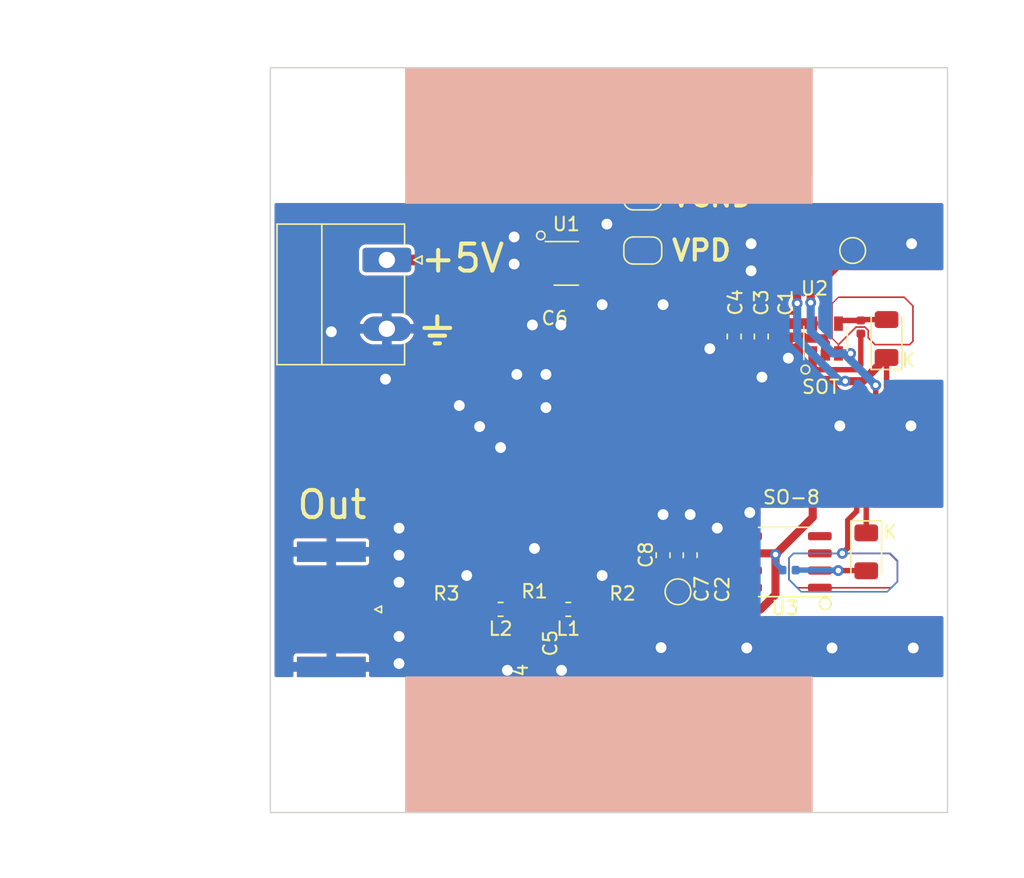
<source format=kicad_pcb>
(kicad_pcb (version 20171130) (host pcbnew 5.1.2-1.fc30)

  (general
    (thickness 1.6)
    (drawings 64)
    (tracks 202)
    (zones 0)
    (modules 31)
    (nets 17)
  )

  (page A4)
  (layers
    (0 F.Cu signal)
    (31 B.Cu signal)
    (32 B.Adhes user)
    (33 F.Adhes user)
    (34 B.Paste user)
    (35 F.Paste user)
    (36 B.SilkS user)
    (37 F.SilkS user)
    (38 B.Mask user)
    (39 F.Mask user)
    (40 Dwgs.User user)
    (41 Cmts.User user)
    (42 Eco1.User user)
    (43 Eco2.User user)
    (44 Edge.Cuts user)
    (45 Margin user)
    (46 B.CrtYd user)
    (47 F.CrtYd user)
    (48 B.Fab user hide)
    (49 F.Fab user)
  )

  (setup
    (last_trace_width 0.089)
    (user_trace_width 0.089)
    (user_trace_width 0.1)
    (user_trace_width 0.12)
    (user_trace_width 0.15)
    (user_trace_width 0.2)
    (user_trace_width 0.3)
    (user_trace_width 0.4)
    (user_trace_width 0.6)
    (user_trace_width 0.8)
    (user_trace_width 1.2)
    (user_trace_width 1.5)
    (trace_clearance 0.089)
    (zone_clearance 0.254)
    (zone_45_only no)
    (trace_min 0.089)
    (via_size 0.8)
    (via_drill 0.4)
    (via_min_size 0.4)
    (via_min_drill 0.3)
    (user_via 1.2 0.6)
    (user_via 1.6 0.8)
    (user_via 2 1)
    (uvia_size 0.3)
    (uvia_drill 0.1)
    (uvias_allowed no)
    (uvia_min_size 0.2)
    (uvia_min_drill 0.1)
    (edge_width 0.05)
    (segment_width 0.2)
    (pcb_text_width 0.3)
    (pcb_text_size 1.5 1.5)
    (mod_edge_width 0.12)
    (mod_text_size 1 1)
    (mod_text_width 0.15)
    (pad_size 1.524 1.524)
    (pad_drill 0.762)
    (pad_to_mask_clearance 0.051)
    (solder_mask_min_width 0.25)
    (aux_axis_origin 0 0)
    (grid_origin 69 39)
    (visible_elements FFFFFF7F)
    (pcbplotparams
      (layerselection 0x010f0_ffffffff)
      (usegerberextensions false)
      (usegerberattributes false)
      (usegerberadvancedattributes false)
      (creategerberjobfile false)
      (excludeedgelayer true)
      (linewidth 0.100000)
      (plotframeref false)
      (viasonmask false)
      (mode 1)
      (useauxorigin false)
      (hpglpennumber 1)
      (hpglpenspeed 20)
      (hpglpendiameter 15.000000)
      (psnegative false)
      (psa4output false)
      (plotreference true)
      (plotvalue false)
      (plotinvisibletext false)
      (padsonsilk false)
      (subtractmaskfromsilk false)
      (outputformat 1)
      (mirror false)
      (drillshape 0)
      (scaleselection 1)
      (outputdirectory "gerber"))
  )

  (net 0 "")
  (net 1 "Net-(J2-Pad1)")
  (net 2 GND)
  (net 3 "Net-(JP1-Pad2)")
  (net 4 "Net-(JP1-Pad1)")
  (net 5 "Net-(D1-Pad1)")
  (net 6 "Net-(JP2-Pad1)")
  (net 7 "Net-(C5-Pad1)")
  (net 8 "Net-(L1-Pad1)")
  (net 9 "Net-(L2-Pad2)")
  (net 10 "Net-(C5-Pad2)")
  (net 11 "Net-(D1-Pad2)")
  (net 12 "Net-(R10-Pad1)")
  (net 13 "Net-(D2-Pad2)")
  (net 14 "Net-(TP1-Pad1)")
  (net 15 "Net-(TP2-Pad1)")
  (net 16 VCC)

  (net_class Default "This is the default net class."
    (clearance 0.089)
    (trace_width 0.089)
    (via_dia 0.8)
    (via_drill 0.4)
    (uvia_dia 0.3)
    (uvia_drill 0.1)
    (add_net GND)
    (add_net "Net-(C5-Pad1)")
    (add_net "Net-(C5-Pad2)")
    (add_net "Net-(D1-Pad1)")
    (add_net "Net-(D1-Pad2)")
    (add_net "Net-(D2-Pad2)")
    (add_net "Net-(J2-Pad1)")
    (add_net "Net-(JP1-Pad1)")
    (add_net "Net-(JP1-Pad2)")
    (add_net "Net-(JP2-Pad1)")
    (add_net "Net-(L1-Pad1)")
    (add_net "Net-(L2-Pad2)")
    (add_net "Net-(R10-Pad1)")
    (add_net "Net-(TP1-Pad1)")
    (add_net "Net-(TP2-Pad1)")
    (add_net VCC)
  )

  (module Inductor_SMD:L_0603_1608Metric_Pad1.05x0.95mm_HandSolder (layer F.Cu) (tedit 5B301BBE) (tstamp 5CF96653)
    (at 82 65 180)
    (descr "Capacitor SMD 0603 (1608 Metric), square (rectangular) end terminal, IPC_7351 nominal with elongated pad for handsoldering. (Body size source: http://www.tortai-tech.com/upload/download/2011102023233369053.pdf), generated with kicad-footprint-generator")
    (tags "inductor handsolder")
    (path /5CECF85E)
    (attr smd)
    (fp_text reference L1 (at 0 -1.43) (layer F.SilkS)
      (effects (font (size 1 1) (thickness 0.15)))
    )
    (fp_text value DNP (at 0 1.43) (layer F.Fab)
      (effects (font (size 1 1) (thickness 0.15)))
    )
    (fp_text user %R (at 0 0) (layer F.Fab)
      (effects (font (size 0.4 0.4) (thickness 0.06)))
    )
    (fp_line (start 1.65 0.73) (end -1.65 0.73) (layer F.CrtYd) (width 0.05))
    (fp_line (start 1.65 -0.73) (end 1.65 0.73) (layer F.CrtYd) (width 0.05))
    (fp_line (start -1.65 -0.73) (end 1.65 -0.73) (layer F.CrtYd) (width 0.05))
    (fp_line (start -1.65 0.73) (end -1.65 -0.73) (layer F.CrtYd) (width 0.05))
    (fp_line (start -0.171267 0.51) (end 0.171267 0.51) (layer F.SilkS) (width 0.12))
    (fp_line (start -0.171267 -0.51) (end 0.171267 -0.51) (layer F.SilkS) (width 0.12))
    (fp_line (start 0.8 0.4) (end -0.8 0.4) (layer F.Fab) (width 0.1))
    (fp_line (start 0.8 -0.4) (end 0.8 0.4) (layer F.Fab) (width 0.1))
    (fp_line (start -0.8 -0.4) (end 0.8 -0.4) (layer F.Fab) (width 0.1))
    (fp_line (start -0.8 0.4) (end -0.8 -0.4) (layer F.Fab) (width 0.1))
    (pad 2 smd roundrect (at 0.875 0 180) (size 1.05 0.95) (layers F.Cu F.Paste F.Mask) (roundrect_rratio 0.25)
      (net 7 "Net-(C5-Pad1)"))
    (pad 1 smd roundrect (at -0.875 0 180) (size 1.05 0.95) (layers F.Cu F.Paste F.Mask) (roundrect_rratio 0.25)
      (net 8 "Net-(L1-Pad1)"))
    (model ${KISYS3DMOD}/Inductor_SMD.3dshapes/L_0603_1608Metric.wrl
      (at (xyz 0 0 0))
      (scale (xyz 1 1 1))
      (rotate (xyz 0 0 0))
    )
  )

  (module Inductor_SMD:L_0603_1608Metric_Pad1.05x0.95mm_HandSolder (layer F.Cu) (tedit 5B301BBE) (tstamp 5CF9635F)
    (at 77 65 180)
    (descr "Capacitor SMD 0603 (1608 Metric), square (rectangular) end terminal, IPC_7351 nominal with elongated pad for handsoldering. (Body size source: http://www.tortai-tech.com/upload/download/2011102023233369053.pdf), generated with kicad-footprint-generator")
    (tags "inductor handsolder")
    (path /5CECF921)
    (attr smd)
    (fp_text reference L2 (at 0 -1.43) (layer F.SilkS)
      (effects (font (size 1 1) (thickness 0.15)))
    )
    (fp_text value DNP (at 0 1.43) (layer F.Fab)
      (effects (font (size 1 1) (thickness 0.15)))
    )
    (fp_text user %R (at 0 0) (layer F.Fab)
      (effects (font (size 0.4 0.4) (thickness 0.06)))
    )
    (fp_line (start 1.65 0.73) (end -1.65 0.73) (layer F.CrtYd) (width 0.05))
    (fp_line (start 1.65 -0.73) (end 1.65 0.73) (layer F.CrtYd) (width 0.05))
    (fp_line (start -1.65 -0.73) (end 1.65 -0.73) (layer F.CrtYd) (width 0.05))
    (fp_line (start -1.65 0.73) (end -1.65 -0.73) (layer F.CrtYd) (width 0.05))
    (fp_line (start -0.171267 0.51) (end 0.171267 0.51) (layer F.SilkS) (width 0.12))
    (fp_line (start -0.171267 -0.51) (end 0.171267 -0.51) (layer F.SilkS) (width 0.12))
    (fp_line (start 0.8 0.4) (end -0.8 0.4) (layer F.Fab) (width 0.1))
    (fp_line (start 0.8 -0.4) (end 0.8 0.4) (layer F.Fab) (width 0.1))
    (fp_line (start -0.8 -0.4) (end 0.8 -0.4) (layer F.Fab) (width 0.1))
    (fp_line (start -0.8 0.4) (end -0.8 -0.4) (layer F.Fab) (width 0.1))
    (pad 2 smd roundrect (at 0.875 0 180) (size 1.05 0.95) (layers F.Cu F.Paste F.Mask) (roundrect_rratio 0.25)
      (net 9 "Net-(L2-Pad2)"))
    (pad 1 smd roundrect (at -0.875 0 180) (size 1.05 0.95) (layers F.Cu F.Paste F.Mask) (roundrect_rratio 0.25)
      (net 7 "Net-(C5-Pad1)"))
    (model ${KISYS3DMOD}/Inductor_SMD.3dshapes/L_0603_1608Metric.wrl
      (at (xyz 0 0 0))
      (scale (xyz 1 1 1))
      (rotate (xyz 0 0 0))
    )
  )

  (module Resistor_SMD:R_0402_1005Metric (layer F.Cu) (tedit 5B301BBD) (tstamp 5CF8F248)
    (at 86 65)
    (descr "Resistor SMD 0402 (1005 Metric), square (rectangular) end terminal, IPC_7351 nominal, (Body size source: http://www.tortai-tech.com/upload/download/2011102023233369053.pdf), generated with kicad-footprint-generator")
    (tags resistor)
    (path /5CECBF29)
    (attr smd)
    (fp_text reference R2 (at 0 -1.17) (layer F.SilkS)
      (effects (font (size 1 1) (thickness 0.15)))
    )
    (fp_text value 0R (at 0 1.17) (layer F.Fab)
      (effects (font (size 1 1) (thickness 0.15)))
    )
    (fp_text user %R (at 0 0) (layer F.Fab)
      (effects (font (size 0.25 0.25) (thickness 0.04)))
    )
    (fp_line (start 0.93 0.47) (end -0.93 0.47) (layer F.CrtYd) (width 0.05))
    (fp_line (start 0.93 -0.47) (end 0.93 0.47) (layer F.CrtYd) (width 0.05))
    (fp_line (start -0.93 -0.47) (end 0.93 -0.47) (layer F.CrtYd) (width 0.05))
    (fp_line (start -0.93 0.47) (end -0.93 -0.47) (layer F.CrtYd) (width 0.05))
    (fp_line (start 0.5 0.25) (end -0.5 0.25) (layer F.Fab) (width 0.1))
    (fp_line (start 0.5 -0.25) (end 0.5 0.25) (layer F.Fab) (width 0.1))
    (fp_line (start -0.5 -0.25) (end 0.5 -0.25) (layer F.Fab) (width 0.1))
    (fp_line (start -0.5 0.25) (end -0.5 -0.25) (layer F.Fab) (width 0.1))
    (pad 2 smd roundrect (at 0.485 0) (size 0.59 0.64) (layers F.Cu F.Paste F.Mask) (roundrect_rratio 0.25)
      (net 12 "Net-(R10-Pad1)"))
    (pad 1 smd roundrect (at -0.485 0) (size 0.59 0.64) (layers F.Cu F.Paste F.Mask) (roundrect_rratio 0.25)
      (net 8 "Net-(L1-Pad1)"))
    (model ${KISYS3DMOD}/Resistor_SMD.3dshapes/R_0402_1005Metric.wrl
      (at (xyz 0 0 0))
      (scale (xyz 1 1 1))
      (rotate (xyz 0 0 0))
    )
  )

  (module Resistor_SMD:R_0402_1005Metric (layer F.Cu) (tedit 5B301BBD) (tstamp 5CF8F239)
    (at 79.5 62.5 180)
    (descr "Resistor SMD 0402 (1005 Metric), square (rectangular) end terminal, IPC_7351 nominal, (Body size source: http://www.tortai-tech.com/upload/download/2011102023233369053.pdf), generated with kicad-footprint-generator")
    (tags resistor)
    (path /5CECFEF6)
    (attr smd)
    (fp_text reference R1 (at 0 -1.17) (layer F.SilkS)
      (effects (font (size 1 1) (thickness 0.15)))
    )
    (fp_text value 0R (at 0 1.17) (layer F.Fab)
      (effects (font (size 1 1) (thickness 0.15)))
    )
    (fp_text user %R (at 0 0) (layer F.Fab)
      (effects (font (size 0.25 0.25) (thickness 0.04)))
    )
    (fp_line (start 0.93 0.47) (end -0.93 0.47) (layer F.CrtYd) (width 0.05))
    (fp_line (start 0.93 -0.47) (end 0.93 0.47) (layer F.CrtYd) (width 0.05))
    (fp_line (start -0.93 -0.47) (end 0.93 -0.47) (layer F.CrtYd) (width 0.05))
    (fp_line (start -0.93 0.47) (end -0.93 -0.47) (layer F.CrtYd) (width 0.05))
    (fp_line (start 0.5 0.25) (end -0.5 0.25) (layer F.Fab) (width 0.1))
    (fp_line (start 0.5 -0.25) (end 0.5 0.25) (layer F.Fab) (width 0.1))
    (fp_line (start -0.5 -0.25) (end 0.5 -0.25) (layer F.Fab) (width 0.1))
    (fp_line (start -0.5 0.25) (end -0.5 -0.25) (layer F.Fab) (width 0.1))
    (pad 2 smd roundrect (at 0.485 0 180) (size 0.59 0.64) (layers F.Cu F.Paste F.Mask) (roundrect_rratio 0.25)
      (net 9 "Net-(L2-Pad2)"))
    (pad 1 smd roundrect (at -0.485 0 180) (size 0.59 0.64) (layers F.Cu F.Paste F.Mask) (roundrect_rratio 0.25)
      (net 8 "Net-(L1-Pad1)"))
    (model ${KISYS3DMOD}/Resistor_SMD.3dshapes/R_0402_1005Metric.wrl
      (at (xyz 0 0 0))
      (scale (xyz 1 1 1))
      (rotate (xyz 0 0 0))
    )
  )

  (module Resistor_SMD:R_0402_1005Metric (layer F.Cu) (tedit 5B301BBD) (tstamp 5CF96694)
    (at 73 65)
    (descr "Resistor SMD 0402 (1005 Metric), square (rectangular) end terminal, IPC_7351 nominal, (Body size source: http://www.tortai-tech.com/upload/download/2011102023233369053.pdf), generated with kicad-footprint-generator")
    (tags resistor)
    (path /5CECEFB8)
    (attr smd)
    (fp_text reference R3 (at 0 -1.17) (layer F.SilkS)
      (effects (font (size 1 1) (thickness 0.15)))
    )
    (fp_text value 0R (at 0 1.17) (layer F.Fab)
      (effects (font (size 1 1) (thickness 0.15)))
    )
    (fp_text user %R (at 0 0) (layer F.Fab)
      (effects (font (size 0.25 0.25) (thickness 0.04)))
    )
    (fp_line (start 0.93 0.47) (end -0.93 0.47) (layer F.CrtYd) (width 0.05))
    (fp_line (start 0.93 -0.47) (end 0.93 0.47) (layer F.CrtYd) (width 0.05))
    (fp_line (start -0.93 -0.47) (end 0.93 -0.47) (layer F.CrtYd) (width 0.05))
    (fp_line (start -0.93 0.47) (end -0.93 -0.47) (layer F.CrtYd) (width 0.05))
    (fp_line (start 0.5 0.25) (end -0.5 0.25) (layer F.Fab) (width 0.1))
    (fp_line (start 0.5 -0.25) (end 0.5 0.25) (layer F.Fab) (width 0.1))
    (fp_line (start -0.5 -0.25) (end 0.5 -0.25) (layer F.Fab) (width 0.1))
    (fp_line (start -0.5 0.25) (end -0.5 -0.25) (layer F.Fab) (width 0.1))
    (pad 2 smd roundrect (at 0.485 0) (size 0.59 0.64) (layers F.Cu F.Paste F.Mask) (roundrect_rratio 0.25)
      (net 9 "Net-(L2-Pad2)"))
    (pad 1 smd roundrect (at -0.485 0) (size 0.59 0.64) (layers F.Cu F.Paste F.Mask) (roundrect_rratio 0.25)
      (net 1 "Net-(J2-Pad1)"))
    (model ${KISYS3DMOD}/Resistor_SMD.3dshapes/R_0402_1005Metric.wrl
      (at (xyz 0 0 0))
      (scale (xyz 1 1 1))
      (rotate (xyz 0 0 0))
    )
  )

  (module Resistor_SMD:R_0402_1005Metric (layer F.Cu) (tedit 5B301BBD) (tstamp 5CF8F266)
    (at 79.5 70 90)
    (descr "Resistor SMD 0402 (1005 Metric), square (rectangular) end terminal, IPC_7351 nominal, (Body size source: http://www.tortai-tech.com/upload/download/2011102023233369053.pdf), generated with kicad-footprint-generator")
    (tags resistor)
    (path /5CECFAA4)
    (attr smd)
    (fp_text reference R4 (at 0 -1 90) (layer F.SilkS)
      (effects (font (size 1 1) (thickness 0.15)))
    )
    (fp_text value DNP (at 0 1.17 90) (layer F.Fab)
      (effects (font (size 1 1) (thickness 0.15)))
    )
    (fp_text user %R (at 0 0 90) (layer F.Fab)
      (effects (font (size 0.25 0.25) (thickness 0.04)))
    )
    (fp_line (start 0.93 0.47) (end -0.93 0.47) (layer F.CrtYd) (width 0.05))
    (fp_line (start 0.93 -0.47) (end 0.93 0.47) (layer F.CrtYd) (width 0.05))
    (fp_line (start -0.93 -0.47) (end 0.93 -0.47) (layer F.CrtYd) (width 0.05))
    (fp_line (start -0.93 0.47) (end -0.93 -0.47) (layer F.CrtYd) (width 0.05))
    (fp_line (start 0.5 0.25) (end -0.5 0.25) (layer F.Fab) (width 0.1))
    (fp_line (start 0.5 -0.25) (end 0.5 0.25) (layer F.Fab) (width 0.1))
    (fp_line (start -0.5 -0.25) (end 0.5 -0.25) (layer F.Fab) (width 0.1))
    (fp_line (start -0.5 0.25) (end -0.5 -0.25) (layer F.Fab) (width 0.1))
    (pad 2 smd roundrect (at 0.485 0 90) (size 0.59 0.64) (layers F.Cu F.Paste F.Mask) (roundrect_rratio 0.25)
      (net 10 "Net-(C5-Pad2)"))
    (pad 1 smd roundrect (at -0.485 0 90) (size 0.59 0.64) (layers F.Cu F.Paste F.Mask) (roundrect_rratio 0.25)
      (net 2 GND))
    (model ${KISYS3DMOD}/Resistor_SMD.3dshapes/R_0402_1005Metric.wrl
      (at (xyz 0 0 0))
      (scale (xyz 1 1 1))
      (rotate (xyz 0 0 0))
    )
  )

  (module Capacitor_SMD:C_0402_1005Metric (layer F.Cu) (tedit 5B301BBE) (tstamp 5CF96547)
    (at 79.5 67.5 270)
    (descr "Capacitor SMD 0402 (1005 Metric), square (rectangular) end terminal, IPC_7351 nominal, (Body size source: http://www.tortai-tech.com/upload/download/2011102023233369053.pdf), generated with kicad-footprint-generator")
    (tags capacitor)
    (path /5CECBFF4)
    (attr smd)
    (fp_text reference C5 (at 0 -1.17 90) (layer F.SilkS)
      (effects (font (size 1 1) (thickness 0.15)))
    )
    (fp_text value DNP (at 0 1.17 90) (layer F.Fab)
      (effects (font (size 1 1) (thickness 0.15)))
    )
    (fp_text user %R (at 0 0 90) (layer F.Fab)
      (effects (font (size 0.25 0.25) (thickness 0.04)))
    )
    (fp_line (start 0.93 0.47) (end -0.93 0.47) (layer F.CrtYd) (width 0.05))
    (fp_line (start 0.93 -0.47) (end 0.93 0.47) (layer F.CrtYd) (width 0.05))
    (fp_line (start -0.93 -0.47) (end 0.93 -0.47) (layer F.CrtYd) (width 0.05))
    (fp_line (start -0.93 0.47) (end -0.93 -0.47) (layer F.CrtYd) (width 0.05))
    (fp_line (start 0.5 0.25) (end -0.5 0.25) (layer F.Fab) (width 0.1))
    (fp_line (start 0.5 -0.25) (end 0.5 0.25) (layer F.Fab) (width 0.1))
    (fp_line (start -0.5 -0.25) (end 0.5 -0.25) (layer F.Fab) (width 0.1))
    (fp_line (start -0.5 0.25) (end -0.5 -0.25) (layer F.Fab) (width 0.1))
    (pad 2 smd roundrect (at 0.485 0 270) (size 0.59 0.64) (layers F.Cu F.Paste F.Mask) (roundrect_rratio 0.25)
      (net 10 "Net-(C5-Pad2)"))
    (pad 1 smd roundrect (at -0.485 0 270) (size 0.59 0.64) (layers F.Cu F.Paste F.Mask) (roundrect_rratio 0.25)
      (net 7 "Net-(C5-Pad1)"))
    (model ${KISYS3DMOD}/Capacitor_SMD.3dshapes/C_0402_1005Metric.wrl
      (at (xyz 0 0 0))
      (scale (xyz 1 1 1))
      (rotate (xyz 0 0 0))
    )
  )

  (module MountingHole:MountingHole_3.2mm_M3 (layer F.Cu) (tedit 56D1B4CB) (tstamp 5CF945CC)
    (at 65 75)
    (descr "Mounting Hole 3.2mm, no annular, M3")
    (tags "mounting hole 3.2mm no annular m3")
    (path /5CFCE949)
    (attr virtual)
    (fp_text reference H4 (at 0 -4.2) (layer F.SilkS) hide
      (effects (font (size 1 1) (thickness 0.15)))
    )
    (fp_text value MountingHole (at 0 4.2) (layer F.Fab)
      (effects (font (size 1 1) (thickness 0.15)))
    )
    (fp_circle (center 0 0) (end 3.45 0) (layer F.CrtYd) (width 0.05))
    (fp_circle (center 0 0) (end 3.2 0) (layer Cmts.User) (width 0.15))
    (fp_text user %R (at 0.3 0) (layer F.Fab)
      (effects (font (size 1 1) (thickness 0.15)))
    )
    (pad 1 np_thru_hole circle (at 0 0) (size 3.2 3.2) (drill 3.2) (layers *.Cu *.Mask))
  )

  (module MountingHole:MountingHole_3.2mm_M3 (layer F.Cu) (tedit 56D1B4CB) (tstamp 5CF945C4)
    (at 65 30)
    (descr "Mounting Hole 3.2mm, no annular, M3")
    (tags "mounting hole 3.2mm no annular m3")
    (path /5CFCA577)
    (attr virtual)
    (fp_text reference H3 (at 0 -4.2) (layer F.SilkS) hide
      (effects (font (size 1 1) (thickness 0.15)))
    )
    (fp_text value MountingHole (at 0 4.2) (layer F.Fab)
      (effects (font (size 1 1) (thickness 0.15)))
    )
    (fp_circle (center 0 0) (end 3.45 0) (layer F.CrtYd) (width 0.05))
    (fp_circle (center 0 0) (end 3.2 0) (layer Cmts.User) (width 0.15))
    (fp_text user %R (at 0.3 0) (layer F.Fab)
      (effects (font (size 1 1) (thickness 0.15)))
    )
    (pad 1 np_thru_hole circle (at 0 0) (size 3.2 3.2) (drill 3.2) (layers *.Cu *.Mask))
  )

  (module MountingHole:MountingHole_3.2mm_M3 (layer F.Cu) (tedit 56D1B4CB) (tstamp 5CF945BC)
    (at 105 30)
    (descr "Mounting Hole 3.2mm, no annular, M3")
    (tags "mounting hole 3.2mm no annular m3")
    (path /5CFCA3EC)
    (attr virtual)
    (fp_text reference H2 (at 0 -4.2) (layer F.SilkS) hide
      (effects (font (size 1 1) (thickness 0.15)))
    )
    (fp_text value MountingHole (at 0 4.2) (layer F.Fab)
      (effects (font (size 1 1) (thickness 0.15)))
    )
    (fp_circle (center 0 0) (end 3.45 0) (layer F.CrtYd) (width 0.05))
    (fp_circle (center 0 0) (end 3.2 0) (layer Cmts.User) (width 0.15))
    (fp_text user %R (at 0.3 0) (layer F.Fab)
      (effects (font (size 1 1) (thickness 0.15)))
    )
    (pad 1 np_thru_hole circle (at 0 0) (size 3.2 3.2) (drill 3.2) (layers *.Cu *.Mask))
  )

  (module MountingHole:MountingHole_3.2mm_M3 (layer F.Cu) (tedit 56D1B4CB) (tstamp 5CF945B4)
    (at 105 75)
    (descr "Mounting Hole 3.2mm, no annular, M3")
    (tags "mounting hole 3.2mm no annular m3")
    (path /5CFC968B)
    (attr virtual)
    (fp_text reference H1 (at 0 -4.2) (layer F.SilkS) hide
      (effects (font (size 1 1) (thickness 0.15)))
    )
    (fp_text value MountingHole (at 0 4.2) (layer F.Fab)
      (effects (font (size 1 1) (thickness 0.15)))
    )
    (fp_circle (center 0 0) (end 3.45 0) (layer F.CrtYd) (width 0.05))
    (fp_circle (center 0 0) (end 3.2 0) (layer Cmts.User) (width 0.15))
    (fp_text user %R (at 0.3 0) (layer F.Fab)
      (effects (font (size 1 1) (thickness 0.15)))
    )
    (pad 1 np_thru_hole circle (at 0 0) (size 3.2 3.2) (drill 3.2) (layers *.Cu *.Mask))
  )

  (module Connector_Phoenix_MC_HighVoltage:PhoenixContact_MC_1,5_2-G-5.08_1x02_P5.08mm_Horizontal (layer F.Cu) (tedit 5B784ED2) (tstamp 5CF98C84)
    (at 68.6 39.2 270)
    (descr "Generic Phoenix Contact connector footprint for: MC_1,5/2-G-5.08; number of pins: 02; pin pitch: 5.08mm; Angled || order number: 1836189 8A 320V")
    (tags "phoenix_contact connector MC_01x02_G_5.08mm")
    (path /5CECDEE7)
    (fp_text reference J1 (at 2.54 -3 90) (layer F.SilkS) hide
      (effects (font (size 1 1) (thickness 0.15)))
    )
    (fp_text value Conn_01x02 (at 2.54 9.2 90) (layer F.Fab)
      (effects (font (size 1 1) (thickness 0.15)))
    )
    (fp_text user %R (at 2.54 -0.5 90) (layer F.Fab)
      (effects (font (size 1 1) (thickness 0.15)))
    )
    (fp_line (start 0 0) (end -0.8 -1.2) (layer F.Fab) (width 0.1))
    (fp_line (start 0.8 -1.2) (end 0 0) (layer F.Fab) (width 0.1))
    (fp_line (start -0.3 -2.6) (end 0.3 -2.6) (layer F.SilkS) (width 0.12))
    (fp_line (start 0 -2) (end -0.3 -2.6) (layer F.SilkS) (width 0.12))
    (fp_line (start 0.3 -2.6) (end 0 -2) (layer F.SilkS) (width 0.12))
    (fp_line (start 8.12 -2.3) (end -3.15 -2.3) (layer F.CrtYd) (width 0.05))
    (fp_line (start 8.12 8.5) (end 8.12 -2.3) (layer F.CrtYd) (width 0.05))
    (fp_line (start -3.15 8.5) (end 8.12 8.5) (layer F.CrtYd) (width 0.05))
    (fp_line (start -3.15 -2.3) (end -3.15 8.5) (layer F.CrtYd) (width 0.05))
    (fp_line (start -2.65 4.8) (end 7.73 4.8) (layer F.SilkS) (width 0.12))
    (fp_line (start 7.62 -1.2) (end -2.54 -1.2) (layer F.Fab) (width 0.1))
    (fp_line (start 7.62 8) (end 7.62 -1.2) (layer F.Fab) (width 0.1))
    (fp_line (start -2.54 8) (end 7.62 8) (layer F.Fab) (width 0.1))
    (fp_line (start -2.54 -1.2) (end -2.54 8) (layer F.Fab) (width 0.1))
    (fp_line (start 1.05 -1.31) (end 4.03 -1.31) (layer F.SilkS) (width 0.12))
    (fp_line (start 7.73 -1.31) (end 6.13 -1.31) (layer F.SilkS) (width 0.12))
    (fp_line (start -2.65 -1.31) (end -1.05 -1.31) (layer F.SilkS) (width 0.12))
    (fp_line (start 7.73 8.11) (end 7.73 -1.31) (layer F.SilkS) (width 0.12))
    (fp_line (start -2.65 8.11) (end 7.73 8.11) (layer F.SilkS) (width 0.12))
    (fp_line (start -2.65 -1.31) (end -2.65 8.11) (layer F.SilkS) (width 0.12))
    (pad 2 thru_hole oval (at 5.08 0 270) (size 1.8 3.6) (drill 1.2) (layers *.Cu *.Mask)
      (net 2 GND))
    (pad 1 thru_hole roundrect (at 0 0 270) (size 1.8 3.6) (drill 1.2) (layers *.Cu *.Mask) (roundrect_rratio 0.138889)
      (net 16 VCC))
    (model ${KISYS3DMOD}/Connector_Phoenix_MC_HighVoltage.3dshapes/PhoenixContact_MC_1,5_2-G-5.08_1x02_P5.08mm_Horizontal.wrl
      (at (xyz 0 0 0))
      (scale (xyz 1 1 1))
      (rotate (xyz 0 0 0))
    )
  )

  (module LED_SMD:LED_1206_3216Metric (layer F.Cu) (tedit 5B301BBE) (tstamp 5CF9DA18)
    (at 104 60.75 270)
    (descr "LED SMD 1206 (3216 Metric), square (rectangular) end terminal, IPC_7351 nominal, (Body size source: http://www.tortai-tech.com/upload/download/2011102023233369053.pdf), generated with kicad-footprint-generator")
    (tags diode)
    (path /5CECCFB5)
    (attr smd)
    (fp_text reference D2 (at 0 -1.82 90) (layer F.SilkS) hide
      (effects (font (size 1 1) (thickness 0.15)))
    )
    (fp_text value SFH216 (at 0 1.82 90) (layer F.Fab)
      (effects (font (size 1 1) (thickness 0.15)))
    )
    (fp_text user %R (at 0 0 90) (layer F.Fab)
      (effects (font (size 0.8 0.8) (thickness 0.12)))
    )
    (fp_line (start 2.28 1.12) (end -2.28 1.12) (layer F.CrtYd) (width 0.05))
    (fp_line (start 2.28 -1.12) (end 2.28 1.12) (layer F.CrtYd) (width 0.05))
    (fp_line (start -2.28 -1.12) (end 2.28 -1.12) (layer F.CrtYd) (width 0.05))
    (fp_line (start -2.28 1.12) (end -2.28 -1.12) (layer F.CrtYd) (width 0.05))
    (fp_line (start -2.285 1.135) (end 1.6 1.135) (layer F.SilkS) (width 0.12))
    (fp_line (start -2.285 -1.135) (end -2.285 1.135) (layer F.SilkS) (width 0.12))
    (fp_line (start 1.6 -1.135) (end -2.285 -1.135) (layer F.SilkS) (width 0.12))
    (fp_line (start 1.6 0.8) (end 1.6 -0.8) (layer F.Fab) (width 0.1))
    (fp_line (start -1.6 0.8) (end 1.6 0.8) (layer F.Fab) (width 0.1))
    (fp_line (start -1.6 -0.4) (end -1.6 0.8) (layer F.Fab) (width 0.1))
    (fp_line (start -1.2 -0.8) (end -1.6 -0.4) (layer F.Fab) (width 0.1))
    (fp_line (start 1.6 -0.8) (end -1.2 -0.8) (layer F.Fab) (width 0.1))
    (pad 2 smd roundrect (at 1.4 0 270) (size 1.25 1.75) (layers F.Cu F.Paste F.Mask) (roundrect_rratio 0.2)
      (net 13 "Net-(D2-Pad2)"))
    (pad 1 smd roundrect (at -1.4 0 270) (size 1.25 1.75) (layers F.Cu F.Paste F.Mask) (roundrect_rratio 0.2)
      (net 5 "Net-(D1-Pad1)"))
    (model ${KISYS3DMOD}/LED_SMD.3dshapes/LED_1206_3216Metric.wrl
      (at (xyz 0 0 0))
      (scale (xyz 1 1 1))
      (rotate (xyz 0 0 0))
    )
  )

  (module LED_SMD:LED_1206_3216Metric (layer F.Cu) (tedit 5B301BBE) (tstamp 5CF9D7EA)
    (at 105.5 45 90)
    (descr "LED SMD 1206 (3216 Metric), square (rectangular) end terminal, IPC_7351 nominal, (Body size source: http://www.tortai-tech.com/upload/download/2011102023233369053.pdf), generated with kicad-footprint-generator")
    (tags diode)
    (path /5CECB9C5)
    (attr smd)
    (fp_text reference D1 (at 0 -1.82 90) (layer F.SilkS) hide
      (effects (font (size 1 1) (thickness 0.15)))
    )
    (fp_text value SFH216 (at 0 1.82 90) (layer F.Fab)
      (effects (font (size 1 1) (thickness 0.15)))
    )
    (fp_text user %R (at 0 0 90) (layer F.Fab)
      (effects (font (size 0.8 0.8) (thickness 0.12)))
    )
    (fp_line (start 2.28 1.12) (end -2.28 1.12) (layer F.CrtYd) (width 0.05))
    (fp_line (start 2.28 -1.12) (end 2.28 1.12) (layer F.CrtYd) (width 0.05))
    (fp_line (start -2.28 -1.12) (end 2.28 -1.12) (layer F.CrtYd) (width 0.05))
    (fp_line (start -2.28 1.12) (end -2.28 -1.12) (layer F.CrtYd) (width 0.05))
    (fp_line (start -2.285 1.135) (end 1.6 1.135) (layer F.SilkS) (width 0.12))
    (fp_line (start -2.285 -1.135) (end -2.285 1.135) (layer F.SilkS) (width 0.12))
    (fp_line (start 1.6 -1.135) (end -2.285 -1.135) (layer F.SilkS) (width 0.12))
    (fp_line (start 1.6 0.8) (end 1.6 -0.8) (layer F.Fab) (width 0.1))
    (fp_line (start -1.6 0.8) (end 1.6 0.8) (layer F.Fab) (width 0.1))
    (fp_line (start -1.6 -0.4) (end -1.6 0.8) (layer F.Fab) (width 0.1))
    (fp_line (start -1.2 -0.8) (end -1.6 -0.4) (layer F.Fab) (width 0.1))
    (fp_line (start 1.6 -0.8) (end -1.2 -0.8) (layer F.Fab) (width 0.1))
    (pad 2 smd roundrect (at 1.4 0 90) (size 1.25 1.75) (layers F.Cu F.Paste F.Mask) (roundrect_rratio 0.2)
      (net 11 "Net-(D1-Pad2)"))
    (pad 1 smd roundrect (at -1.4 0 90) (size 1.25 1.75) (layers F.Cu F.Paste F.Mask) (roundrect_rratio 0.2)
      (net 5 "Net-(D1-Pad1)"))
    (model ${KISYS3DMOD}/LED_SMD.3dshapes/LED_1206_3216Metric.wrl
      (at (xyz 0 0 0))
      (scale (xyz 1 1 1))
      (rotate (xyz 0 0 0))
    )
  )

  (module Package_TO_SOT_SMD:SOT-23-6 (layer F.Cu) (tedit 5A02FF57) (tstamp 5CF9E979)
    (at 101 45 90)
    (descr "6-pin SOT-23 package")
    (tags SOT-23-6)
    (path /5CECC26B)
    (attr smd)
    (fp_text reference U2 (at 3.7 -0.82) (layer F.SilkS)
      (effects (font (size 1 1) (thickness 0.15)))
    )
    (fp_text value LTC6268IS6 (at 0 2.9 90) (layer F.Fab)
      (effects (font (size 1 1) (thickness 0.15)))
    )
    (fp_line (start 0.9 -1.55) (end 0.9 1.55) (layer F.Fab) (width 0.1))
    (fp_line (start 0.9 1.55) (end -0.9 1.55) (layer F.Fab) (width 0.1))
    (fp_line (start -0.9 -0.9) (end -0.9 1.55) (layer F.Fab) (width 0.1))
    (fp_line (start 0.9 -1.55) (end -0.25 -1.55) (layer F.Fab) (width 0.1))
    (fp_line (start -0.9 -0.9) (end -0.25 -1.55) (layer F.Fab) (width 0.1))
    (fp_line (start -1.9 -1.8) (end -1.9 1.8) (layer F.CrtYd) (width 0.05))
    (fp_line (start -1.9 1.8) (end 1.9 1.8) (layer F.CrtYd) (width 0.05))
    (fp_line (start 1.9 1.8) (end 1.9 -1.8) (layer F.CrtYd) (width 0.05))
    (fp_line (start 1.9 -1.8) (end -1.9 -1.8) (layer F.CrtYd) (width 0.05))
    (fp_line (start 0.9 -1.61) (end -1.55 -1.61) (layer F.SilkS) (width 0.12))
    (fp_line (start -0.9 1.61) (end 0.9 1.61) (layer F.SilkS) (width 0.12))
    (fp_text user %R (at 0 0) (layer F.Fab)
      (effects (font (size 0.5 0.5) (thickness 0.075)))
    )
    (pad 5 smd rect (at 1.1 0 90) (size 1.06 0.65) (layers F.Cu F.Paste F.Mask)
      (net 14 "Net-(TP1-Pad1)"))
    (pad 6 smd rect (at 1.1 -0.95 90) (size 1.06 0.65) (layers F.Cu F.Paste F.Mask)
      (net 16 VCC))
    (pad 4 smd rect (at 1.1 0.95 90) (size 1.06 0.65) (layers F.Cu F.Paste F.Mask)
      (net 11 "Net-(D1-Pad2)"))
    (pad 3 smd rect (at -1.1 0.95 90) (size 1.06 0.65) (layers F.Cu F.Paste F.Mask)
      (net 3 "Net-(JP1-Pad2)"))
    (pad 2 smd rect (at -1.1 0 90) (size 1.06 0.65) (layers F.Cu F.Paste F.Mask)
      (net 2 GND))
    (pad 1 smd rect (at -1.1 -0.95 90) (size 1.06 0.65) (layers F.Cu F.Paste F.Mask)
      (net 12 "Net-(R10-Pad1)"))
    (model ${KISYS3DMOD}/Package_TO_SOT_SMD.3dshapes/SOT-23-6.wrl
      (at (xyz 0 0 0))
      (scale (xyz 1 1 1))
      (rotate (xyz 0 0 0))
    )
  )

  (module Capacitor_SMD:C_0603_1608Metric_Pad1.05x0.95mm_HandSolder (layer F.Cu) (tedit 5B301BBE) (tstamp 5CF9D821)
    (at 89 61 90)
    (descr "Capacitor SMD 0603 (1608 Metric), square (rectangular) end terminal, IPC_7351 nominal with elongated pad for handsoldering. (Body size source: http://www.tortai-tech.com/upload/download/2011102023233369053.pdf), generated with kicad-footprint-generator")
    (tags "capacitor handsolder")
    (path /5CECCF97)
    (attr smd)
    (fp_text reference C8 (at 0.025 -1.275 90) (layer F.SilkS)
      (effects (font (size 1 1) (thickness 0.15)))
    )
    (fp_text value 10u (at 0 1.43 90) (layer F.Fab)
      (effects (font (size 1 1) (thickness 0.15)))
    )
    (fp_text user %R (at 0 0 90) (layer F.Fab)
      (effects (font (size 0.4 0.4) (thickness 0.06)))
    )
    (fp_line (start 1.65 0.73) (end -1.65 0.73) (layer F.CrtYd) (width 0.05))
    (fp_line (start 1.65 -0.73) (end 1.65 0.73) (layer F.CrtYd) (width 0.05))
    (fp_line (start -1.65 -0.73) (end 1.65 -0.73) (layer F.CrtYd) (width 0.05))
    (fp_line (start -1.65 0.73) (end -1.65 -0.73) (layer F.CrtYd) (width 0.05))
    (fp_line (start -0.171267 0.51) (end 0.171267 0.51) (layer F.SilkS) (width 0.12))
    (fp_line (start -0.171267 -0.51) (end 0.171267 -0.51) (layer F.SilkS) (width 0.12))
    (fp_line (start 0.8 0.4) (end -0.8 0.4) (layer F.Fab) (width 0.1))
    (fp_line (start 0.8 -0.4) (end 0.8 0.4) (layer F.Fab) (width 0.1))
    (fp_line (start -0.8 -0.4) (end 0.8 -0.4) (layer F.Fab) (width 0.1))
    (fp_line (start -0.8 0.4) (end -0.8 -0.4) (layer F.Fab) (width 0.1))
    (pad 2 smd roundrect (at 0.875 0 90) (size 1.05 0.95) (layers F.Cu F.Paste F.Mask) (roundrect_rratio 0.25)
      (net 2 GND))
    (pad 1 smd roundrect (at -0.875 0 90) (size 1.05 0.95) (layers F.Cu F.Paste F.Mask) (roundrect_rratio 0.25)
      (net 16 VCC))
    (model ${KISYS3DMOD}/Capacitor_SMD.3dshapes/C_0603_1608Metric.wrl
      (at (xyz 0 0 0))
      (scale (xyz 1 1 1))
      (rotate (xyz 0 0 0))
    )
  )

  (module Capacitor_SMD:C_0603_1608Metric_Pad1.05x0.95mm_HandSolder (layer F.Cu) (tedit 5B301BBE) (tstamp 5CF9D890)
    (at 91 61 90)
    (descr "Capacitor SMD 0603 (1608 Metric), square (rectangular) end terminal, IPC_7351 nominal with elongated pad for handsoldering. (Body size source: http://www.tortai-tech.com/upload/download/2011102023233369053.pdf), generated with kicad-footprint-generator")
    (tags "capacitor handsolder")
    (path /5CECCF91)
    (attr smd)
    (fp_text reference C7 (at -2.5 0.85 270) (layer F.SilkS)
      (effects (font (size 1 1) (thickness 0.15)))
    )
    (fp_text value 1u (at 0 1.43 90) (layer F.Fab)
      (effects (font (size 1 1) (thickness 0.15)))
    )
    (fp_text user %R (at 0 0 90) (layer F.Fab)
      (effects (font (size 0.4 0.4) (thickness 0.06)))
    )
    (fp_line (start 1.65 0.73) (end -1.65 0.73) (layer F.CrtYd) (width 0.05))
    (fp_line (start 1.65 -0.73) (end 1.65 0.73) (layer F.CrtYd) (width 0.05))
    (fp_line (start -1.65 -0.73) (end 1.65 -0.73) (layer F.CrtYd) (width 0.05))
    (fp_line (start -1.65 0.73) (end -1.65 -0.73) (layer F.CrtYd) (width 0.05))
    (fp_line (start -0.171267 0.51) (end 0.171267 0.51) (layer F.SilkS) (width 0.12))
    (fp_line (start -0.171267 -0.51) (end 0.171267 -0.51) (layer F.SilkS) (width 0.12))
    (fp_line (start 0.8 0.4) (end -0.8 0.4) (layer F.Fab) (width 0.1))
    (fp_line (start 0.8 -0.4) (end 0.8 0.4) (layer F.Fab) (width 0.1))
    (fp_line (start -0.8 -0.4) (end 0.8 -0.4) (layer F.Fab) (width 0.1))
    (fp_line (start -0.8 0.4) (end -0.8 -0.4) (layer F.Fab) (width 0.1))
    (pad 2 smd roundrect (at 0.875 0 90) (size 1.05 0.95) (layers F.Cu F.Paste F.Mask) (roundrect_rratio 0.25)
      (net 2 GND))
    (pad 1 smd roundrect (at -0.875 0 90) (size 1.05 0.95) (layers F.Cu F.Paste F.Mask) (roundrect_rratio 0.25)
      (net 16 VCC))
    (model ${KISYS3DMOD}/Capacitor_SMD.3dshapes/C_0603_1608Metric.wrl
      (at (xyz 0 0 0))
      (scale (xyz 1 1 1))
      (rotate (xyz 0 0 0))
    )
  )

  (module Capacitor_SMD:C_0402_1005Metric (layer F.Cu) (tedit 5B301BBE) (tstamp 5CF8FC2E)
    (at 81 42)
    (descr "Capacitor SMD 0402 (1005 Metric), square (rectangular) end terminal, IPC_7351 nominal, (Body size source: http://www.tortai-tech.com/upload/download/2011102023233369053.pdf), generated with kicad-footprint-generator")
    (tags capacitor)
    (path /5CECCF8B)
    (attr smd)
    (fp_text reference C6 (at 0 1.5) (layer F.SilkS)
      (effects (font (size 1 1) (thickness 0.15)))
    )
    (fp_text value 100n (at 0 1.17) (layer F.Fab)
      (effects (font (size 1 1) (thickness 0.15)))
    )
    (fp_text user %R (at 0 0) (layer F.Fab)
      (effects (font (size 0.25 0.25) (thickness 0.04)))
    )
    (fp_line (start 0.93 0.47) (end -0.93 0.47) (layer F.CrtYd) (width 0.05))
    (fp_line (start 0.93 -0.47) (end 0.93 0.47) (layer F.CrtYd) (width 0.05))
    (fp_line (start -0.93 -0.47) (end 0.93 -0.47) (layer F.CrtYd) (width 0.05))
    (fp_line (start -0.93 0.47) (end -0.93 -0.47) (layer F.CrtYd) (width 0.05))
    (fp_line (start 0.5 0.25) (end -0.5 0.25) (layer F.Fab) (width 0.1))
    (fp_line (start 0.5 -0.25) (end 0.5 0.25) (layer F.Fab) (width 0.1))
    (fp_line (start -0.5 -0.25) (end 0.5 -0.25) (layer F.Fab) (width 0.1))
    (fp_line (start -0.5 0.25) (end -0.5 -0.25) (layer F.Fab) (width 0.1))
    (pad 2 smd roundrect (at 0.485 0) (size 0.59 0.64) (layers F.Cu F.Paste F.Mask) (roundrect_rratio 0.25)
      (net 2 GND))
    (pad 1 smd roundrect (at -0.485 0) (size 0.59 0.64) (layers F.Cu F.Paste F.Mask) (roundrect_rratio 0.25)
      (net 16 VCC))
    (model ${KISYS3DMOD}/Capacitor_SMD.3dshapes/C_0402_1005Metric.wrl
      (at (xyz 0 0 0))
      (scale (xyz 1 1 1))
      (rotate (xyz 0 0 0))
    )
  )

  (module Capacitor_SMD:C_0603_1608Metric_Pad1.05x0.95mm_HandSolder (layer F.Cu) (tedit 5B301BBE) (tstamp 5CF9E908)
    (at 94.25 44.85 270)
    (descr "Capacitor SMD 0603 (1608 Metric), square (rectangular) end terminal, IPC_7351 nominal with elongated pad for handsoldering. (Body size source: http://www.tortai-tech.com/upload/download/2011102023233369053.pdf), generated with kicad-footprint-generator")
    (tags "capacitor handsolder")
    (path /5CE5029E)
    (attr smd)
    (fp_text reference C4 (at -2.52 -0.09 90) (layer F.SilkS)
      (effects (font (size 1 1) (thickness 0.15)))
    )
    (fp_text value 10u (at 0 1.43 90) (layer F.Fab)
      (effects (font (size 1 1) (thickness 0.15)))
    )
    (fp_text user %R (at 0 0 90) (layer F.Fab)
      (effects (font (size 0.4 0.4) (thickness 0.06)))
    )
    (fp_line (start 1.65 0.73) (end -1.65 0.73) (layer F.CrtYd) (width 0.05))
    (fp_line (start 1.65 -0.73) (end 1.65 0.73) (layer F.CrtYd) (width 0.05))
    (fp_line (start -1.65 -0.73) (end 1.65 -0.73) (layer F.CrtYd) (width 0.05))
    (fp_line (start -1.65 0.73) (end -1.65 -0.73) (layer F.CrtYd) (width 0.05))
    (fp_line (start -0.171267 0.51) (end 0.171267 0.51) (layer F.SilkS) (width 0.12))
    (fp_line (start -0.171267 -0.51) (end 0.171267 -0.51) (layer F.SilkS) (width 0.12))
    (fp_line (start 0.8 0.4) (end -0.8 0.4) (layer F.Fab) (width 0.1))
    (fp_line (start 0.8 -0.4) (end 0.8 0.4) (layer F.Fab) (width 0.1))
    (fp_line (start -0.8 -0.4) (end 0.8 -0.4) (layer F.Fab) (width 0.1))
    (fp_line (start -0.8 0.4) (end -0.8 -0.4) (layer F.Fab) (width 0.1))
    (pad 2 smd roundrect (at 0.875 0 270) (size 1.05 0.95) (layers F.Cu F.Paste F.Mask) (roundrect_rratio 0.25)
      (net 2 GND))
    (pad 1 smd roundrect (at -0.875 0 270) (size 1.05 0.95) (layers F.Cu F.Paste F.Mask) (roundrect_rratio 0.25)
      (net 16 VCC))
    (model ${KISYS3DMOD}/Capacitor_SMD.3dshapes/C_0603_1608Metric.wrl
      (at (xyz 0 0 0))
      (scale (xyz 1 1 1))
      (rotate (xyz 0 0 0))
    )
  )

  (module Capacitor_SMD:C_0603_1608Metric_Pad1.05x0.95mm_HandSolder (layer F.Cu) (tedit 5B301BBE) (tstamp 5CF9D78E)
    (at 96.25 44.85 270)
    (descr "Capacitor SMD 0603 (1608 Metric), square (rectangular) end terminal, IPC_7351 nominal with elongated pad for handsoldering. (Body size source: http://www.tortai-tech.com/upload/download/2011102023233369053.pdf), generated with kicad-footprint-generator")
    (tags "capacitor handsolder")
    (path /5CE50239)
    (attr smd)
    (fp_text reference C3 (at -2.5 0 90) (layer F.SilkS)
      (effects (font (size 1 1) (thickness 0.15)))
    )
    (fp_text value 1u (at 0 1.43 90) (layer F.Fab)
      (effects (font (size 1 1) (thickness 0.15)))
    )
    (fp_text user %R (at 0 0 90) (layer F.Fab)
      (effects (font (size 0.4 0.4) (thickness 0.06)))
    )
    (fp_line (start 1.65 0.73) (end -1.65 0.73) (layer F.CrtYd) (width 0.05))
    (fp_line (start 1.65 -0.73) (end 1.65 0.73) (layer F.CrtYd) (width 0.05))
    (fp_line (start -1.65 -0.73) (end 1.65 -0.73) (layer F.CrtYd) (width 0.05))
    (fp_line (start -1.65 0.73) (end -1.65 -0.73) (layer F.CrtYd) (width 0.05))
    (fp_line (start -0.171267 0.51) (end 0.171267 0.51) (layer F.SilkS) (width 0.12))
    (fp_line (start -0.171267 -0.51) (end 0.171267 -0.51) (layer F.SilkS) (width 0.12))
    (fp_line (start 0.8 0.4) (end -0.8 0.4) (layer F.Fab) (width 0.1))
    (fp_line (start 0.8 -0.4) (end 0.8 0.4) (layer F.Fab) (width 0.1))
    (fp_line (start -0.8 -0.4) (end 0.8 -0.4) (layer F.Fab) (width 0.1))
    (fp_line (start -0.8 0.4) (end -0.8 -0.4) (layer F.Fab) (width 0.1))
    (pad 2 smd roundrect (at 0.875 0 270) (size 1.05 0.95) (layers F.Cu F.Paste F.Mask) (roundrect_rratio 0.25)
      (net 2 GND))
    (pad 1 smd roundrect (at -0.875 0 270) (size 1.05 0.95) (layers F.Cu F.Paste F.Mask) (roundrect_rratio 0.25)
      (net 16 VCC))
    (model ${KISYS3DMOD}/Capacitor_SMD.3dshapes/C_0603_1608Metric.wrl
      (at (xyz 0 0 0))
      (scale (xyz 1 1 1))
      (rotate (xyz 0 0 0))
    )
  )

  (module Capacitor_SMD:C_0402_1005Metric (layer F.Cu) (tedit 5B301BBE) (tstamp 5CF9D948)
    (at 93 61.5 90)
    (descr "Capacitor SMD 0402 (1005 Metric), square (rectangular) end terminal, IPC_7351 nominal, (Body size source: http://www.tortai-tech.com/upload/download/2011102023233369053.pdf), generated with kicad-footprint-generator")
    (tags capacitor)
    (path /5CE501C6)
    (attr smd)
    (fp_text reference C2 (at -2.025 0.375 90) (layer F.SilkS)
      (effects (font (size 1 1) (thickness 0.15)))
    )
    (fp_text value 100n (at 0 1.17 90) (layer F.Fab)
      (effects (font (size 1 1) (thickness 0.15)))
    )
    (fp_text user %R (at 0 0 90) (layer F.Fab)
      (effects (font (size 0.25 0.25) (thickness 0.04)))
    )
    (fp_line (start 0.93 0.47) (end -0.93 0.47) (layer F.CrtYd) (width 0.05))
    (fp_line (start 0.93 -0.47) (end 0.93 0.47) (layer F.CrtYd) (width 0.05))
    (fp_line (start -0.93 -0.47) (end 0.93 -0.47) (layer F.CrtYd) (width 0.05))
    (fp_line (start -0.93 0.47) (end -0.93 -0.47) (layer F.CrtYd) (width 0.05))
    (fp_line (start 0.5 0.25) (end -0.5 0.25) (layer F.Fab) (width 0.1))
    (fp_line (start 0.5 -0.25) (end 0.5 0.25) (layer F.Fab) (width 0.1))
    (fp_line (start -0.5 -0.25) (end 0.5 -0.25) (layer F.Fab) (width 0.1))
    (fp_line (start -0.5 0.25) (end -0.5 -0.25) (layer F.Fab) (width 0.1))
    (pad 2 smd roundrect (at 0.485 0 90) (size 0.59 0.64) (layers F.Cu F.Paste F.Mask) (roundrect_rratio 0.25)
      (net 2 GND))
    (pad 1 smd roundrect (at -0.485 0 90) (size 0.59 0.64) (layers F.Cu F.Paste F.Mask) (roundrect_rratio 0.25)
      (net 16 VCC))
    (model ${KISYS3DMOD}/Capacitor_SMD.3dshapes/C_0402_1005Metric.wrl
      (at (xyz 0 0 0))
      (scale (xyz 1 1 1))
      (rotate (xyz 0 0 0))
    )
  )

  (module Capacitor_SMD:C_0402_1005Metric (layer F.Cu) (tedit 5B301BBE) (tstamp 5CF9D9EA)
    (at 98.25 44.365 270)
    (descr "Capacitor SMD 0402 (1005 Metric), square (rectangular) end terminal, IPC_7351 nominal, (Body size source: http://www.tortai-tech.com/upload/download/2011102023233369053.pdf), generated with kicad-footprint-generator")
    (tags capacitor)
    (path /5CECBB6A)
    (attr smd)
    (fp_text reference C1 (at -2.015 0.21 90) (layer F.SilkS)
      (effects (font (size 1 1) (thickness 0.15)))
    )
    (fp_text value 100n (at 0 1.17 90) (layer F.Fab)
      (effects (font (size 1 1) (thickness 0.15)))
    )
    (fp_text user %R (at 0 0 90) (layer F.Fab)
      (effects (font (size 0.25 0.25) (thickness 0.04)))
    )
    (fp_line (start 0.93 0.47) (end -0.93 0.47) (layer F.CrtYd) (width 0.05))
    (fp_line (start 0.93 -0.47) (end 0.93 0.47) (layer F.CrtYd) (width 0.05))
    (fp_line (start -0.93 -0.47) (end 0.93 -0.47) (layer F.CrtYd) (width 0.05))
    (fp_line (start -0.93 0.47) (end -0.93 -0.47) (layer F.CrtYd) (width 0.05))
    (fp_line (start 0.5 0.25) (end -0.5 0.25) (layer F.Fab) (width 0.1))
    (fp_line (start 0.5 -0.25) (end 0.5 0.25) (layer F.Fab) (width 0.1))
    (fp_line (start -0.5 -0.25) (end 0.5 -0.25) (layer F.Fab) (width 0.1))
    (fp_line (start -0.5 0.25) (end -0.5 -0.25) (layer F.Fab) (width 0.1))
    (pad 2 smd roundrect (at 0.485 0 270) (size 0.59 0.64) (layers F.Cu F.Paste F.Mask) (roundrect_rratio 0.25)
      (net 2 GND))
    (pad 1 smd roundrect (at -0.485 0 270) (size 0.59 0.64) (layers F.Cu F.Paste F.Mask) (roundrect_rratio 0.25)
      (net 16 VCC))
    (model ${KISYS3DMOD}/Capacitor_SMD.3dshapes/C_0402_1005Metric.wrl
      (at (xyz 0 0 0))
      (scale (xyz 1 1 1))
      (rotate (xyz 0 0 0))
    )
  )

  (module Package_SO:SO-8_3.9x4.9mm_P1.27mm (layer F.Cu) (tedit 5C509AD1) (tstamp 5CF9D908)
    (at 98 61.5 180)
    (descr "SO, 8 Pin (https://www.nxp.com/docs/en/data-sheet/PCF8523.pdf), generated with kicad-footprint-generator ipc_gullwing_generator.py")
    (tags "SO SO")
    (path /5CED0D07)
    (attr smd)
    (fp_text reference U3 (at 0 -3.4) (layer F.SilkS)
      (effects (font (size 1 1) (thickness 0.15)))
    )
    (fp_text value LTC6268IS8 (at 0 3.4) (layer F.Fab)
      (effects (font (size 1 1) (thickness 0.15)))
    )
    (fp_text user %R (at 0 0) (layer F.Fab)
      (effects (font (size 0.98 0.98) (thickness 0.15)))
    )
    (fp_line (start 3.7 -2.7) (end -3.7 -2.7) (layer F.CrtYd) (width 0.05))
    (fp_line (start 3.7 2.7) (end 3.7 -2.7) (layer F.CrtYd) (width 0.05))
    (fp_line (start -3.7 2.7) (end 3.7 2.7) (layer F.CrtYd) (width 0.05))
    (fp_line (start -3.7 -2.7) (end -3.7 2.7) (layer F.CrtYd) (width 0.05))
    (fp_line (start -1.95 -1.475) (end -0.975 -2.45) (layer F.Fab) (width 0.1))
    (fp_line (start -1.95 2.45) (end -1.95 -1.475) (layer F.Fab) (width 0.1))
    (fp_line (start 1.95 2.45) (end -1.95 2.45) (layer F.Fab) (width 0.1))
    (fp_line (start 1.95 -2.45) (end 1.95 2.45) (layer F.Fab) (width 0.1))
    (fp_line (start -0.975 -2.45) (end 1.95 -2.45) (layer F.Fab) (width 0.1))
    (fp_line (start 0 -2.56) (end -3.45 -2.56) (layer F.SilkS) (width 0.12))
    (fp_line (start 0 -2.56) (end 1.95 -2.56) (layer F.SilkS) (width 0.12))
    (fp_line (start 0 2.56) (end -1.95 2.56) (layer F.SilkS) (width 0.12))
    (fp_line (start 0 2.56) (end 1.95 2.56) (layer F.SilkS) (width 0.12))
    (pad 8 smd roundrect (at 2.575 -1.905 180) (size 1.75 0.6) (layers F.Cu F.Paste F.Mask) (roundrect_rratio 0.25)
      (net 15 "Net-(TP2-Pad1)"))
    (pad 7 smd roundrect (at 2.575 -0.635 180) (size 1.75 0.6) (layers F.Cu F.Paste F.Mask) (roundrect_rratio 0.25)
      (net 16 VCC))
    (pad 6 smd roundrect (at 2.575 0.635 180) (size 1.75 0.6) (layers F.Cu F.Paste F.Mask) (roundrect_rratio 0.25)
      (net 12 "Net-(R10-Pad1)"))
    (pad 5 smd roundrect (at 2.575 1.905 180) (size 1.75 0.6) (layers F.Cu F.Paste F.Mask) (roundrect_rratio 0.25)
      (net 2 GND))
    (pad 4 smd roundrect (at -2.575 1.905 180) (size 1.75 0.6) (layers F.Cu F.Paste F.Mask) (roundrect_rratio 0.25))
    (pad 3 smd roundrect (at -2.575 0.635 180) (size 1.75 0.6) (layers F.Cu F.Paste F.Mask) (roundrect_rratio 0.25)
      (net 3 "Net-(JP1-Pad2)"))
    (pad 2 smd roundrect (at -2.575 -0.635 180) (size 1.75 0.6) (layers F.Cu F.Paste F.Mask) (roundrect_rratio 0.25)
      (net 13 "Net-(D2-Pad2)"))
    (pad 1 smd roundrect (at -2.575 -1.905 180) (size 1.75 0.6) (layers F.Cu F.Paste F.Mask) (roundrect_rratio 0.25)
      (net 3 "Net-(JP1-Pad2)"))
    (model ${KISYS3DMOD}/Package_SO.3dshapes/SO-8_3.9x4.9mm_P1.27mm.wrl
      (at (xyz 0 0 0))
      (scale (xyz 1 1 1))
      (rotate (xyz 0 0 0))
    )
  )

  (module Package_TO_SOT_SMD:SOT-23-5_HandSoldering (layer F.Cu) (tedit 5A0AB76C) (tstamp 5CF8F2E5)
    (at 81.85 39.45)
    (descr "5-pin SOT23 package")
    (tags "SOT-23-5 hand-soldering")
    (path /5CECB6CB)
    (attr smd)
    (fp_text reference U1 (at 0 -2.9) (layer F.SilkS)
      (effects (font (size 1 1) (thickness 0.15)))
    )
    (fp_text value REF2041 (at 0 2.9) (layer F.Fab)
      (effects (font (size 1 1) (thickness 0.15)))
    )
    (fp_line (start 2.38 1.8) (end -2.38 1.8) (layer F.CrtYd) (width 0.05))
    (fp_line (start 2.38 1.8) (end 2.38 -1.8) (layer F.CrtYd) (width 0.05))
    (fp_line (start -2.38 -1.8) (end -2.38 1.8) (layer F.CrtYd) (width 0.05))
    (fp_line (start -2.38 -1.8) (end 2.38 -1.8) (layer F.CrtYd) (width 0.05))
    (fp_line (start 0.9 -1.55) (end 0.9 1.55) (layer F.Fab) (width 0.1))
    (fp_line (start 0.9 1.55) (end -0.9 1.55) (layer F.Fab) (width 0.1))
    (fp_line (start -0.9 -0.9) (end -0.9 1.55) (layer F.Fab) (width 0.1))
    (fp_line (start 0.9 -1.55) (end -0.25 -1.55) (layer F.Fab) (width 0.1))
    (fp_line (start -0.9 -0.9) (end -0.25 -1.55) (layer F.Fab) (width 0.1))
    (fp_line (start 0.9 -1.61) (end -1.55 -1.61) (layer F.SilkS) (width 0.12))
    (fp_line (start -0.9 1.61) (end 0.9 1.61) (layer F.SilkS) (width 0.12))
    (fp_text user %R (at 0 0 90) (layer F.Fab)
      (effects (font (size 0.5 0.5) (thickness 0.075)))
    )
    (pad 5 smd rect (at 1.35 -0.95) (size 1.56 0.65) (layers F.Cu F.Paste F.Mask)
      (net 6 "Net-(JP2-Pad1)"))
    (pad 4 smd rect (at 1.35 0.95) (size 1.56 0.65) (layers F.Cu F.Paste F.Mask)
      (net 16 VCC))
    (pad 3 smd rect (at -1.35 0.95) (size 1.56 0.65) (layers F.Cu F.Paste F.Mask)
      (net 16 VCC))
    (pad 2 smd rect (at -1.35 0) (size 1.56 0.65) (layers F.Cu F.Paste F.Mask)
      (net 2 GND))
    (pad 1 smd rect (at -1.35 -0.95) (size 1.56 0.65) (layers F.Cu F.Paste F.Mask)
      (net 4 "Net-(JP1-Pad1)"))
    (model ${KISYS3DMOD}/Package_TO_SOT_SMD.3dshapes/SOT-23-5.wrl
      (at (xyz 0 0 0))
      (scale (xyz 1 1 1))
      (rotate (xyz 0 0 0))
    )
  )

  (module TestPoint:TestPoint_Pad_D1.5mm (layer F.Cu) (tedit 5A0F774F) (tstamp 5CF9E327)
    (at 90.1 63.7)
    (descr "SMD pad as test Point, diameter 1.5mm")
    (tags "test point SMD pad")
    (path /5CECCFFD)
    (attr virtual)
    (fp_text reference TP2 (at 0 -1.648) (layer F.SilkS) hide
      (effects (font (size 1 1) (thickness 0.15)))
    )
    (fp_text value TEST (at 0 1.75) (layer F.Fab)
      (effects (font (size 1 1) (thickness 0.15)))
    )
    (fp_circle (center 0 0) (end 0 0.95) (layer F.SilkS) (width 0.12))
    (fp_circle (center 0 0) (end 1.25 0) (layer F.CrtYd) (width 0.05))
    (fp_text user %R (at 0 -1.65) (layer F.Fab)
      (effects (font (size 1 1) (thickness 0.15)))
    )
    (pad 1 smd circle (at 0 0) (size 1.5 1.5) (layers F.Cu F.Mask)
      (net 15 "Net-(TP2-Pad1)"))
  )

  (module TestPoint:TestPoint_Pad_D1.5mm (layer F.Cu) (tedit 5A0F774F) (tstamp 5CF9D986)
    (at 103 38.5)
    (descr "SMD pad as test Point, diameter 1.5mm")
    (tags "test point SMD pad")
    (path /5CECC405)
    (attr virtual)
    (fp_text reference TP1 (at 0 -1.648) (layer F.SilkS) hide
      (effects (font (size 1 1) (thickness 0.15)))
    )
    (fp_text value TEST (at 0 1.75) (layer F.Fab)
      (effects (font (size 1 1) (thickness 0.15)))
    )
    (fp_circle (center 0 0) (end 0 0.95) (layer F.SilkS) (width 0.12))
    (fp_circle (center 0 0) (end 1.25 0) (layer F.CrtYd) (width 0.05))
    (fp_text user %R (at 0 -1.65) (layer F.Fab)
      (effects (font (size 1 1) (thickness 0.15)))
    )
    (pad 1 smd circle (at 0 0) (size 1.5 1.5) (layers F.Cu F.Mask)
      (net 14 "Net-(TP1-Pad1)"))
  )

  (module Resistor_SMD:R_0402_1005Metric (layer B.Cu) (tedit 5B301BBD) (tstamp 5CF9D7BC)
    (at 98.3 62.1)
    (descr "Resistor SMD 0402 (1005 Metric), square (rectangular) end terminal, IPC_7351 nominal, (Body size source: http://www.tortai-tech.com/upload/download/2011102023233369053.pdf), generated with kicad-footprint-generator")
    (tags resistor)
    (path /5CECCFAF)
    (attr smd)
    (fp_text reference R10 (at 0 1.17) (layer B.SilkS) hide
      (effects (font (size 1 1) (thickness 0.15)) (justify mirror))
    )
    (fp_text value 499k (at 0 -1.17) (layer B.Fab)
      (effects (font (size 1 1) (thickness 0.15)) (justify mirror))
    )
    (fp_text user %R (at 0 0) (layer B.Fab)
      (effects (font (size 0.25 0.25) (thickness 0.04)) (justify mirror))
    )
    (fp_line (start 0.93 -0.47) (end -0.93 -0.47) (layer B.CrtYd) (width 0.05))
    (fp_line (start 0.93 0.47) (end 0.93 -0.47) (layer B.CrtYd) (width 0.05))
    (fp_line (start -0.93 0.47) (end 0.93 0.47) (layer B.CrtYd) (width 0.05))
    (fp_line (start -0.93 -0.47) (end -0.93 0.47) (layer B.CrtYd) (width 0.05))
    (fp_line (start 0.5 -0.25) (end -0.5 -0.25) (layer B.Fab) (width 0.1))
    (fp_line (start 0.5 0.25) (end 0.5 -0.25) (layer B.Fab) (width 0.1))
    (fp_line (start -0.5 0.25) (end 0.5 0.25) (layer B.Fab) (width 0.1))
    (fp_line (start -0.5 -0.25) (end -0.5 0.25) (layer B.Fab) (width 0.1))
    (pad 2 smd roundrect (at 0.485 0) (size 0.59 0.64) (layers B.Cu B.Paste B.Mask) (roundrect_rratio 0.25)
      (net 13 "Net-(D2-Pad2)"))
    (pad 1 smd roundrect (at -0.485 0) (size 0.59 0.64) (layers B.Cu B.Paste B.Mask) (roundrect_rratio 0.25)
      (net 12 "Net-(R10-Pad1)"))
    (model ${KISYS3DMOD}/Resistor_SMD.3dshapes/R_0402_1005Metric.wrl
      (at (xyz 0 0 0))
      (scale (xyz 1 1 1))
      (rotate (xyz 0 0 0))
    )
  )

  (module Resistor_SMD:R_0402_1005Metric (layer F.Cu) (tedit 5B301BBD) (tstamp 5CF9D9A8)
    (at 103.6 44.15 90)
    (descr "Resistor SMD 0402 (1005 Metric), square (rectangular) end terminal, IPC_7351 nominal, (Body size source: http://www.tortai-tech.com/upload/download/2011102023233369053.pdf), generated with kicad-footprint-generator")
    (tags resistor)
    (path /5CECB92F)
    (attr smd)
    (fp_text reference R5 (at 0 -1.17 90) (layer F.SilkS) hide
      (effects (font (size 1 1) (thickness 0.15)))
    )
    (fp_text value 499k (at 0 1.17 90) (layer F.Fab)
      (effects (font (size 1 1) (thickness 0.15)))
    )
    (fp_text user %R (at 0 0 90) (layer F.Fab)
      (effects (font (size 0.25 0.25) (thickness 0.04)))
    )
    (fp_line (start 0.93 0.47) (end -0.93 0.47) (layer F.CrtYd) (width 0.05))
    (fp_line (start 0.93 -0.47) (end 0.93 0.47) (layer F.CrtYd) (width 0.05))
    (fp_line (start -0.93 -0.47) (end 0.93 -0.47) (layer F.CrtYd) (width 0.05))
    (fp_line (start -0.93 0.47) (end -0.93 -0.47) (layer F.CrtYd) (width 0.05))
    (fp_line (start 0.5 0.25) (end -0.5 0.25) (layer F.Fab) (width 0.1))
    (fp_line (start 0.5 -0.25) (end 0.5 0.25) (layer F.Fab) (width 0.1))
    (fp_line (start -0.5 -0.25) (end 0.5 -0.25) (layer F.Fab) (width 0.1))
    (fp_line (start -0.5 0.25) (end -0.5 -0.25) (layer F.Fab) (width 0.1))
    (pad 2 smd roundrect (at 0.485 0 90) (size 0.59 0.64) (layers F.Cu F.Paste F.Mask) (roundrect_rratio 0.25)
      (net 11 "Net-(D1-Pad2)"))
    (pad 1 smd roundrect (at -0.485 0 90) (size 0.59 0.64) (layers F.Cu F.Paste F.Mask) (roundrect_rratio 0.25)
      (net 12 "Net-(R10-Pad1)"))
    (model ${KISYS3DMOD}/Resistor_SMD.3dshapes/R_0402_1005Metric.wrl
      (at (xyz 0 0 0))
      (scale (xyz 1 1 1))
      (rotate (xyz 0 0 0))
    )
  )

  (module Jumper:SolderJumper-2_P1.3mm_Open_RoundedPad1.0x1.5mm (layer F.Cu) (tedit 5B391E66) (tstamp 5CF8F1C2)
    (at 87.5 38.5)
    (descr "SMD Solder Jumper, 1x1.5mm, rounded Pads, 0.3mm gap, open")
    (tags "solder jumper open")
    (path /5CECB882)
    (attr virtual)
    (fp_text reference JP2 (at 0 -1.8) (layer F.SilkS) hide
      (effects (font (size 1 1) (thickness 0.15)))
    )
    (fp_text value Jumper_NC_Small (at 0 1.9) (layer F.Fab)
      (effects (font (size 1 1) (thickness 0.15)))
    )
    (fp_line (start 1.65 1.25) (end -1.65 1.25) (layer F.CrtYd) (width 0.05))
    (fp_line (start 1.65 1.25) (end 1.65 -1.25) (layer F.CrtYd) (width 0.05))
    (fp_line (start -1.65 -1.25) (end -1.65 1.25) (layer F.CrtYd) (width 0.05))
    (fp_line (start -1.65 -1.25) (end 1.65 -1.25) (layer F.CrtYd) (width 0.05))
    (fp_line (start -0.7 -1) (end 0.7 -1) (layer F.SilkS) (width 0.12))
    (fp_line (start 1.4 -0.3) (end 1.4 0.3) (layer F.SilkS) (width 0.12))
    (fp_line (start 0.7 1) (end -0.7 1) (layer F.SilkS) (width 0.12))
    (fp_line (start -1.4 0.3) (end -1.4 -0.3) (layer F.SilkS) (width 0.12))
    (fp_arc (start -0.7 -0.3) (end -0.7 -1) (angle -90) (layer F.SilkS) (width 0.12))
    (fp_arc (start -0.7 0.3) (end -1.4 0.3) (angle -90) (layer F.SilkS) (width 0.12))
    (fp_arc (start 0.7 0.3) (end 0.7 1) (angle -90) (layer F.SilkS) (width 0.12))
    (fp_arc (start 0.7 -0.3) (end 1.4 -0.3) (angle -90) (layer F.SilkS) (width 0.12))
    (pad 2 smd custom (at 0.65 0) (size 1 0.5) (layers F.Cu F.Mask)
      (net 5 "Net-(D1-Pad1)") (zone_connect 2)
      (options (clearance outline) (anchor rect))
      (primitives
        (gr_circle (center 0 0.25) (end 0.5 0.25) (width 0))
        (gr_circle (center 0 -0.25) (end 0.5 -0.25) (width 0))
        (gr_poly (pts
           (xy 0 -0.75) (xy -0.5 -0.75) (xy -0.5 0.75) (xy 0 0.75)) (width 0))
      ))
    (pad 1 smd custom (at -0.65 0) (size 1 0.5) (layers F.Cu F.Mask)
      (net 6 "Net-(JP2-Pad1)") (zone_connect 2)
      (options (clearance outline) (anchor rect))
      (primitives
        (gr_circle (center 0 0.25) (end 0.5 0.25) (width 0))
        (gr_circle (center 0 -0.25) (end 0.5 -0.25) (width 0))
        (gr_poly (pts
           (xy 0 -0.75) (xy 0.5 -0.75) (xy 0.5 0.75) (xy 0 0.75)) (width 0))
      ))
  )

  (module Jumper:SolderJumper-2_P1.3mm_Open_RoundedPad1.0x1.5mm (layer F.Cu) (tedit 5B391E66) (tstamp 5CF8F1B0)
    (at 87.5 34.5)
    (descr "SMD Solder Jumper, 1x1.5mm, rounded Pads, 0.3mm gap, open")
    (tags "solder jumper open")
    (path /5CECBB1A)
    (attr virtual)
    (fp_text reference JP1 (at 0 -1.8) (layer F.SilkS) hide
      (effects (font (size 1 1) (thickness 0.15)))
    )
    (fp_text value Jumper_NC_Small (at 0 1.9) (layer F.Fab)
      (effects (font (size 1 1) (thickness 0.15)))
    )
    (fp_line (start 1.65 1.25) (end -1.65 1.25) (layer F.CrtYd) (width 0.05))
    (fp_line (start 1.65 1.25) (end 1.65 -1.25) (layer F.CrtYd) (width 0.05))
    (fp_line (start -1.65 -1.25) (end -1.65 1.25) (layer F.CrtYd) (width 0.05))
    (fp_line (start -1.65 -1.25) (end 1.65 -1.25) (layer F.CrtYd) (width 0.05))
    (fp_line (start -0.7 -1) (end 0.7 -1) (layer F.SilkS) (width 0.12))
    (fp_line (start 1.4 -0.3) (end 1.4 0.3) (layer F.SilkS) (width 0.12))
    (fp_line (start 0.7 1) (end -0.7 1) (layer F.SilkS) (width 0.12))
    (fp_line (start -1.4 0.3) (end -1.4 -0.3) (layer F.SilkS) (width 0.12))
    (fp_arc (start -0.7 -0.3) (end -0.7 -1) (angle -90) (layer F.SilkS) (width 0.12))
    (fp_arc (start -0.7 0.3) (end -1.4 0.3) (angle -90) (layer F.SilkS) (width 0.12))
    (fp_arc (start 0.7 0.3) (end 0.7 1) (angle -90) (layer F.SilkS) (width 0.12))
    (fp_arc (start 0.7 -0.3) (end 1.4 -0.3) (angle -90) (layer F.SilkS) (width 0.12))
    (pad 2 smd custom (at 0.65 0) (size 1 0.5) (layers F.Cu F.Mask)
      (net 3 "Net-(JP1-Pad2)") (zone_connect 2)
      (options (clearance outline) (anchor rect))
      (primitives
        (gr_circle (center 0 0.25) (end 0.5 0.25) (width 0))
        (gr_circle (center 0 -0.25) (end 0.5 -0.25) (width 0))
        (gr_poly (pts
           (xy 0 -0.75) (xy -0.5 -0.75) (xy -0.5 0.75) (xy 0 0.75)) (width 0))
      ))
    (pad 1 smd custom (at -0.65 0) (size 1 0.5) (layers F.Cu F.Mask)
      (net 4 "Net-(JP1-Pad1)") (zone_connect 2)
      (options (clearance outline) (anchor rect))
      (primitives
        (gr_circle (center 0 0.25) (end 0.5 0.25) (width 0))
        (gr_circle (center 0 -0.25) (end 0.5 -0.25) (width 0))
        (gr_poly (pts
           (xy 0 -0.75) (xy 0.5 -0.75) (xy 0.5 0.75) (xy 0 0.75)) (width 0))
      ))
  )

  (module Connector_Coaxial:SMA_Amphenol_132289_EdgeMount (layer F.Cu) (tedit 5A1C1810) (tstamp 5CF8F17B)
    (at 64.5 65 180)
    (descr http://www.amphenolrf.com/132289.html)
    (tags SMA)
    (path /5CECBE77)
    (attr smd)
    (fp_text reference J2 (at -3.96 -3 90) (layer F.SilkS) hide
      (effects (font (size 1 1) (thickness 0.15)))
    )
    (fp_text value Conn_Coaxial (at 5 6) (layer F.Fab)
      (effects (font (size 1 1) (thickness 0.15)))
    )
    (fp_line (start -1.91 5.08) (end 4.445 5.08) (layer F.Fab) (width 0.1))
    (fp_line (start -1.91 3.81) (end -1.91 5.08) (layer F.Fab) (width 0.1))
    (fp_line (start 2.54 3.81) (end -1.91 3.81) (layer F.Fab) (width 0.1))
    (fp_line (start 2.54 -3.81) (end 2.54 3.81) (layer F.Fab) (width 0.1))
    (fp_line (start -1.91 -3.81) (end 2.54 -3.81) (layer F.Fab) (width 0.1))
    (fp_line (start -1.91 -5.08) (end -1.91 -3.81) (layer F.Fab) (width 0.1))
    (fp_line (start -1.91 -5.08) (end 4.445 -5.08) (layer F.Fab) (width 0.1))
    (fp_line (start 4.445 -3.81) (end 4.445 -5.08) (layer F.Fab) (width 0.1))
    (fp_line (start 4.445 5.08) (end 4.445 3.81) (layer F.Fab) (width 0.1))
    (fp_line (start 13.97 3.81) (end 4.445 3.81) (layer F.Fab) (width 0.1))
    (fp_line (start 13.97 -3.81) (end 13.97 3.81) (layer F.Fab) (width 0.1))
    (fp_line (start 4.445 -3.81) (end 13.97 -3.81) (layer F.Fab) (width 0.1))
    (fp_line (start -3.04 5.58) (end -3.04 -5.58) (layer B.CrtYd) (width 0.05))
    (fp_line (start 14.47 5.58) (end -3.04 5.58) (layer B.CrtYd) (width 0.05))
    (fp_line (start 14.47 -5.58) (end 14.47 5.58) (layer B.CrtYd) (width 0.05))
    (fp_line (start 14.47 -5.58) (end -3.04 -5.58) (layer B.CrtYd) (width 0.05))
    (fp_line (start -3.04 5.58) (end -3.04 -5.58) (layer F.CrtYd) (width 0.05))
    (fp_line (start 14.47 5.58) (end -3.04 5.58) (layer F.CrtYd) (width 0.05))
    (fp_line (start 14.47 -5.58) (end 14.47 5.58) (layer F.CrtYd) (width 0.05))
    (fp_line (start 14.47 -5.58) (end -3.04 -5.58) (layer F.CrtYd) (width 0.05))
    (fp_text user %R (at 4.79 0 270) (layer F.Fab)
      (effects (font (size 1 1) (thickness 0.15)))
    )
    (fp_line (start 2.54 -0.75) (end 3.54 0) (layer F.Fab) (width 0.1))
    (fp_line (start 3.54 0) (end 2.54 0.75) (layer F.Fab) (width 0.1))
    (fp_line (start -3.21 0) (end -3.71 -0.25) (layer F.SilkS) (width 0.12))
    (fp_line (start -3.71 -0.25) (end -3.71 0.25) (layer F.SilkS) (width 0.12))
    (fp_line (start -3.71 0.25) (end -3.21 0) (layer F.SilkS) (width 0.12))
    (pad 1 smd rect (at 0 0 270) (size 1.5 5.08) (layers F.Cu F.Paste F.Mask)
      (net 1 "Net-(J2-Pad1)"))
    (pad 2 smd rect (at 0 -4.25 270) (size 1.5 5.08) (layers F.Cu F.Paste F.Mask)
      (net 2 GND))
    (pad 2 smd rect (at 0 4.25 270) (size 1.5 5.08) (layers F.Cu F.Paste F.Mask)
      (net 2 GND))
    (pad 2 smd rect (at 0 -4.25 270) (size 1.5 5.08) (layers B.Cu B.Paste B.Mask)
      (net 2 GND))
    (pad 2 smd rect (at 0 4.25 270) (size 1.5 5.08) (layers B.Cu B.Paste B.Mask)
      (net 2 GND))
    (model ${KISYS3DMOD}/Connector_Coaxial.3dshapes/SMA_Amphenol_132289_EdgeMount.wrl
      (at (xyz 0 0 0))
      (scale (xyz 1 1 1))
      (rotate (xyz 0 0 0))
    )
  )

  (gr_poly (pts (xy 100 70) (xy 70 70) (xy 70 80) (xy 100 80)) (layer B.SilkS) (width 0.1))
  (gr_poly (pts (xy 70 25) (xy 100 25) (xy 100 35) (xy 70 35)) (layer B.SilkS) (width 0.1))
  (gr_text VPD (at 89.5 38.5) (layer F.SilkS) (tstamp 5CF9D1CC)
    (effects (font (size 1.5 1.5) (thickness 0.3)) (justify left))
  )
  (gr_text VGND (at 89.5 34.5) (layer F.SilkS) (tstamp 5CF9D1DD)
    (effects (font (size 1.5 1.5) (thickness 0.3)) (justify left))
  )
  (gr_poly (pts (xy 70 25) (xy 70 33) (xy 100 33) (xy 100 25)) (layer F.SilkS) (width 0.1))
  (gr_text "r1 19-06-07" (at 81.92 77.32) (layer F.SilkS) (tstamp 5CF9D087)
    (effects (font (size 1.5 1.5) (thickness 0.3)))
  )
  (gr_circle (center 79.97 37.39) (end 80.28 37.43) (layer F.SilkS) (width 0.12))
  (gr_circle (center 99.51 47.29) (end 99.83 47.32) (layer F.SilkS) (width 0.12))
  (gr_circle (center 100.98 64.59) (end 101.41 64.63) (layer F.SilkS) (width 0.12))
  (gr_text K (at 105.76 59.3) (layer F.SilkS) (tstamp 5CF9E9B5)
    (effects (font (size 1 1) (thickness 0.15)))
  )
  (gr_text K (at 107.12 46.61) (layer F.SilkS)
    (effects (font (size 1 1) (thickness 0.15)))
  )
  (gr_text Out (at 64.55 57.275) (layer F.SilkS)
    (effects (font (size 2 2) (thickness 0.3)))
  )
  (gr_text ⏚ (at 72.325 44.45) (layer F.SilkS) (tstamp 5CF9E818)
    (effects (font (size 2 2) (thickness 0.3)))
  )
  (gr_text +5V (at 74.2 39.075) (layer F.SilkS)
    (effects (font (size 2 2) (thickness 0.3)))
  )
  (gr_text SO-8 (at 98.475 56.725) (layer F.SilkS)
    (effects (font (size 1 1) (thickness 0.15)))
  )
  (gr_text SOT (at 100.64 48.57) (layer F.SilkS)
    (effects (font (size 1 1) (thickness 0.15)))
  )
  (gr_line (start 101.5 44.95) (end 101.95 45.45) (layer F.Mask) (width 0.8) (tstamp 5CF9E782))
  (gr_line (start 101.5 42.4) (end 101.5 44.95) (layer F.Mask) (width 0.8))
  (gr_line (start 101.95 41.95) (end 101.5 42.4) (layer F.Mask) (width 0.8))
  (gr_line (start 106.8 41.95) (end 101.95 41.95) (layer F.Mask) (width 0.8))
  (gr_line (start 107.45 42.6) (end 106.8 41.95) (layer F.Mask) (width 0.8))
  (gr_line (start 107.45 45.2) (end 107.45 42.6) (layer F.Mask) (width 0.8))
  (gr_line (start 107.2 45.45) (end 107.45 45.2) (layer F.Mask) (width 0.8))
  (gr_line (start 104.7 45.45) (end 107.2 45.45) (layer F.Mask) (width 0.8))
  (gr_line (start 104.15 44.9) (end 104.7 45.45) (layer F.Mask) (width 0.8))
  (gr_line (start 104.15 44.45) (end 104.15 44.9) (layer F.Mask) (width 0.8))
  (gr_line (start 103.8 44.2) (end 104.15 44.45) (layer F.Mask) (width 0.8))
  (gr_line (start 103.25 44.25) (end 103.8 44.2) (layer F.Mask) (width 0.8))
  (gr_line (start 101.95 45.45) (end 103.25 44.25) (layer F.Mask) (width 0.8))
  (gr_line (start 101.95 46.1) (end 101.95 45.45) (layer F.Mask) (width 0.8))
  (gr_line (start 98.3 61.25) (end 98.65 60.85) (layer F.Mask) (width 0.8) (tstamp 5CF9E780))
  (gr_line (start 98.3 61.3) (end 98.3 61.25) (layer F.Mask) (width 0.8))
  (gr_line (start 98.3 62.8) (end 98.3 61.3) (layer F.Mask) (width 0.8))
  (gr_line (start 98.9 63.4) (end 98.3 62.8) (layer F.Mask) (width 0.8))
  (gr_line (start 105.8 63.4) (end 98.9 63.4) (layer F.Mask) (width 0.8))
  (gr_line (start 106.3 62.9) (end 105.8 63.4) (layer F.Mask) (width 0.8))
  (gr_line (start 106.3 61.4) (end 106.3 62.9) (layer F.Mask) (width 0.8))
  (gr_line (start 105.75 60.85) (end 106.3 61.4) (layer F.Mask) (width 0.8))
  (gr_line (start 98.65 60.85) (end 105.75 60.85) (layer F.Mask) (width 0.8))
  (gr_line (start 105.75 60.85) (end 103.15 60.85) (layer B.Mask) (width 0.8) (tstamp 5CF9D6B0))
  (gr_line (start 106.3 61.4) (end 105.75 60.85) (layer B.Mask) (width 0.8) (tstamp 5CF9D6C5))
  (gr_line (start 106.3 62.95) (end 106.3 61.4) (layer B.Mask) (width 0.8) (tstamp 5CF9E658))
  (gr_line (start 105.55 63.7) (end 106.3 62.95) (layer B.Mask) (width 0.8) (tstamp 5CF9E64F))
  (gr_line (start 103 63.7) (end 105.55 63.7) (layer B.Mask) (width 0.8) (tstamp 5CF9D746))
  (gr_line (start 98.3 61.2) (end 98.65 60.85) (layer B.Mask) (width 0.8) (tstamp 5CF9D6FE))
  (gr_line (start 98.3 62.8) (end 98.3 61.2) (layer B.Mask) (width 0.8) (tstamp 5CF9D6CB))
  (gr_line (start 99.2 63.7) (end 98.3 62.8) (layer B.Mask) (width 0.8) (tstamp 5CF9D9CB))
  (gr_line (start 103 63.7) (end 99.2 63.7) (layer B.Mask) (width 0.8) (tstamp 5CF9D761))
  (gr_line (start 98.65 60.85) (end 103.15 60.85) (layer B.Mask) (width 0.8) (tstamp 5CF9D9D1))
  (dimension 16.8 (width 0.15) (layer Dwgs.User)
    (gr_text "16.800 mm" (at 54.9 33.4 90) (layer Dwgs.User)
      (effects (font (size 1 1) (thickness 0.15)))
    )
    (feature1 (pts (xy 60 25) (xy 55.613579 25)))
    (feature2 (pts (xy 60 41.8) (xy 55.613579 41.8)))
    (crossbar (pts (xy 56.2 41.8) (xy 56.2 25)))
    (arrow1a (pts (xy 56.2 25) (xy 56.786421 26.126504)))
    (arrow1b (pts (xy 56.2 25) (xy 55.613579 26.126504)))
    (arrow2a (pts (xy 56.2 41.8) (xy 56.786421 40.673496)))
    (arrow2b (pts (xy 56.2 41.8) (xy 55.613579 40.673496)))
  )
  (dimension 40 (width 0.15) (layer Dwgs.User)
    (gr_text "40.000 mm" (at 43.7 45 90) (layer Dwgs.User)
      (effects (font (size 1 1) (thickness 0.15)))
    )
    (feature1 (pts (xy 60 25) (xy 44.413579 25)))
    (feature2 (pts (xy 60 65) (xy 44.413579 65)))
    (crossbar (pts (xy 45 65) (xy 45 25)))
    (arrow1a (pts (xy 45 25) (xy 45.586421 26.126504)))
    (arrow1b (pts (xy 45 25) (xy 44.413579 26.126504)))
    (arrow2a (pts (xy 45 65) (xy 45.586421 63.873496)))
    (arrow2b (pts (xy 45 65) (xy 44.413579 63.873496)))
  )
  (gr_text M3 (at 79 84) (layer Dwgs.User)
    (effects (font (size 1 1) (thickness 0.15)))
  )
  (gr_line (start 74 84) (end 77 84) (layer Dwgs.User) (width 0.15))
  (gr_line (start 72 82) (end 74 84) (layer Dwgs.User) (width 0.15))
  (gr_line (start 65 75) (end 72 82) (layer Dwgs.User) (width 0.15))
  (dimension 5 (width 0.15) (layer Dwgs.User)
    (gr_text "5.000 mm" (at 62.5 84.3) (layer Dwgs.User)
      (effects (font (size 1 1) (thickness 0.15)))
    )
    (feature1 (pts (xy 60 75) (xy 60 83.586421)))
    (feature2 (pts (xy 65 75) (xy 65 83.586421)))
    (crossbar (pts (xy 65 83) (xy 60 83)))
    (arrow1a (pts (xy 60 83) (xy 61.126504 82.413579)))
    (arrow1b (pts (xy 60 83) (xy 61.126504 83.586421)))
    (arrow2a (pts (xy 65 83) (xy 63.873496 82.413579)))
    (arrow2b (pts (xy 65 83) (xy 63.873496 83.586421)))
  )
  (dimension 5 (width 0.15) (layer Dwgs.User)
    (gr_text "5.000 mm" (at 55.7 77.5 270) (layer Dwgs.User)
      (effects (font (size 1 1) (thickness 0.15)))
    )
    (feature1 (pts (xy 65 80) (xy 56.413579 80)))
    (feature2 (pts (xy 65 75) (xy 56.413579 75)))
    (crossbar (pts (xy 57 75) (xy 57 80)))
    (arrow1a (pts (xy 57 80) (xy 56.413579 78.873496)))
    (arrow1b (pts (xy 57 80) (xy 57.586421 78.873496)))
    (arrow2a (pts (xy 57 75) (xy 56.413579 76.126504)))
    (arrow2b (pts (xy 57 75) (xy 57.586421 76.126504)))
  )
  (dimension 50 (width 0.15) (layer Dwgs.User)
    (gr_text "50.000 mm" (at 85 20.7) (layer Dwgs.User)
      (effects (font (size 1 1) (thickness 0.15)))
    )
    (feature1 (pts (xy 110 25) (xy 110 21.413579)))
    (feature2 (pts (xy 60 25) (xy 60 21.413579)))
    (crossbar (pts (xy 60 22) (xy 110 22)))
    (arrow1a (pts (xy 110 22) (xy 108.873496 22.586421)))
    (arrow1b (pts (xy 110 22) (xy 108.873496 21.413579)))
    (arrow2a (pts (xy 60 22) (xy 61.126504 22.586421)))
    (arrow2b (pts (xy 60 22) (xy 61.126504 21.413579)))
  )
  (dimension 55 (width 0.15) (layer Dwgs.User) (tstamp 5CF9D540)
    (gr_text "55.000 mm" (at 114.3 52.5 270) (layer Dwgs.User) (tstamp 5CF9D540)
      (effects (font (size 1 1) (thickness 0.15)))
    )
    (feature1 (pts (xy 110 80) (xy 113.586421 80)))
    (feature2 (pts (xy 110 25) (xy 113.586421 25)))
    (crossbar (pts (xy 113 25) (xy 113 80)))
    (arrow1a (pts (xy 113 80) (xy 112.413579 78.873496)))
    (arrow1b (pts (xy 113 80) (xy 113.586421 78.873496)))
    (arrow2a (pts (xy 113 25) (xy 112.413579 26.126504)))
    (arrow2b (pts (xy 113 25) (xy 113.586421 26.126504)))
  )
  (gr_text "LTC6268 TIA" (at 85.38 73.69) (layer F.SilkS) (tstamp 5CF9D749)
    (effects (font (size 2.5 2.5) (thickness 0.4)))
  )
  (gr_line (start 110 25) (end 60 25) (layer Edge.Cuts) (width 0.1))
  (gr_line (start 110 80) (end 110 25) (layer Edge.Cuts) (width 0.1) (tstamp 5CF9D18B))
  (gr_line (start 60 80) (end 110 80) (layer Edge.Cuts) (width 0.1))
  (gr_line (start 60 25) (end 60 80) (layer Edge.Cuts) (width 0.1))

  (segment (start 64.5 65) (end 72.515 65) (width 0.6) (layer F.Cu) (net 1))
  (via (at 84.5 42.5) (size 1.6) (drill 0.8) (layers F.Cu B.Cu) (net 2))
  (via (at 89 42.5) (size 1.6) (drill 0.8) (layers F.Cu B.Cu) (net 2) (tstamp 5CF9D725))
  (via (at 93 59) (size 1.6) (drill 0.8) (layers F.Cu B.Cu) (net 2) (tstamp 5CF9D6A1))
  (via (at 91 58) (size 1.6) (drill 0.8) (layers F.Cu B.Cu) (net 2) (tstamp 5CF9D701))
  (via (at 89 58) (size 1.6) (drill 0.8) (layers F.Cu B.Cu) (net 2) (tstamp 5CF9D719))
  (via (at 95.175 67.85) (size 1.6) (drill 0.8) (layers F.Cu B.Cu) (net 2) (tstamp 5CF9D6F8))
  (via (at 95.5 40) (size 1.6) (drill 0.8) (layers F.Cu B.Cu) (net 2) (tstamp 5CF9D6D1))
  (via (at 95.5 38) (size 1.6) (drill 0.8) (layers F.Cu B.Cu) (net 2) (tstamp 5CF9D707))
  (via (at 81.5 69.5) (size 1.6) (drill 0.8) (layers F.Cu B.Cu) (net 2))
  (via (at 77.5 69.5) (size 1.6) (drill 0.8) (layers F.Cu B.Cu) (net 2))
  (via (at 69.5 69) (size 1.6) (drill 0.8) (layers F.Cu B.Cu) (net 2))
  (via (at 69.5 67) (size 1.6) (drill 0.8) (layers F.Cu B.Cu) (net 2))
  (via (at 69.5 61) (size 1.6) (drill 0.8) (layers F.Cu B.Cu) (net 2))
  (via (at 69.5 63) (size 1.6) (drill 0.8) (layers F.Cu B.Cu) (net 2))
  (via (at 69.5 59) (size 1.6) (drill 0.8) (layers F.Cu B.Cu) (net 2))
  (via (at 79.5 60.5) (size 1.6) (drill 0.8) (layers F.Cu B.Cu) (net 2))
  (via (at 74.5 62.5) (size 1.6) (drill 0.8) (layers F.Cu B.Cu) (net 2))
  (via (at 84.5 62.5) (size 1.6) (drill 0.8) (layers F.Cu B.Cu) (net 2))
  (via (at 78 39.5) (size 1.6) (drill 0.8) (layers F.Cu B.Cu) (net 2))
  (via (at 78 37.5) (size 1.6) (drill 0.8) (layers F.Cu B.Cu) (net 2))
  (via (at 84.85 36.55) (size 1.6) (drill 0.8) (layers F.Cu B.Cu) (net 2))
  (via (at 68.5 48) (size 1.6) (drill 0.8) (layers F.Cu B.Cu) (net 2))
  (via (at 64.5 44.5) (size 1.6) (drill 0.8) (layers F.Cu B.Cu) (net 2))
  (via (at 107.35 38) (size 1.6) (drill 0.8) (layers F.Cu B.Cu) (net 2) (tstamp 5CF9D6F5))
  (via (at 107.475 67.85) (size 1.6) (drill 0.8) (layers F.Cu B.Cu) (net 2) (tstamp 5CF9D224))
  (via (at 101.475 67.85) (size 1.6) (drill 0.8) (layers F.Cu B.Cu) (net 2) (tstamp 5CF9D275))
  (via (at 88.85 67.825) (size 1.6) (drill 0.8) (layers F.Cu B.Cu) (net 2))
  (segment (start 80.515 39.465) (end 80.5 39.45) (width 0.6) (layer F.Cu) (net 2))
  (segment (start 78.05 39.45) (end 78 39.5) (width 0.6) (layer F.Cu) (net 2))
  (segment (start 80.5 39.45) (end 78.05 39.45) (width 0.6) (layer F.Cu) (net 2))
  (segment (start 101 45.35) (end 101 46.1) (width 0.4) (layer F.Cu) (net 2))
  (segment (start 100.7 45.05) (end 101 45.35) (width 0.4) (layer F.Cu) (net 2))
  (segment (start 98.25 44.85) (end 98.45 45.05) (width 0.4) (layer F.Cu) (net 2))
  (segment (start 98.45 45.05) (end 100.7 45.05) (width 0.4) (layer F.Cu) (net 2))
  (via (at 98.25 46.45) (size 1.6) (drill 0.8) (layers F.Cu B.Cu) (net 2) (tstamp 5CF9E1AD))
  (via (at 96.3 47.85) (size 1.6) (drill 0.8) (layers F.Cu B.Cu) (net 2) (tstamp 5CF9E1AF))
  (via (at 92.45 45.75) (size 1.6) (drill 0.8) (layers F.Cu B.Cu) (net 2) (tstamp 5CF9E1B1))
  (via (at 95.4 57.85) (size 1.6) (drill 0.8) (layers F.Cu B.Cu) (net 2) (tstamp 5CF9E1B3))
  (via (at 102.05 51.45) (size 1.6) (drill 0.8) (layers F.Cu B.Cu) (net 2) (tstamp 5CF9E4CE))
  (via (at 107.3 51.45) (size 1.6) (drill 0.8) (layers F.Cu B.Cu) (net 2) (tstamp 5CF9E4D0))
  (via (at 80.35 47.65) (size 1.6) (drill 0.8) (layers F.Cu B.Cu) (net 2) (tstamp 5CF9E4D5))
  (via (at 78.2 47.65) (size 1.6) (drill 0.8) (layers F.Cu B.Cu) (net 2) (tstamp 5CF9E4D7))
  (via (at 80.35 50.1) (size 1.6) (drill 0.8) (layers F.Cu B.Cu) (net 2) (tstamp 5CF9E4D9))
  (via (at 77 53.05) (size 1.6) (drill 0.8) (layers F.Cu B.Cu) (net 2) (tstamp 5CF9E4DF))
  (via (at 75.45 51.5) (size 1.6) (drill 0.8) (layers F.Cu B.Cu) (net 2) (tstamp 5CF9E4E1))
  (via (at 73.95 49.95) (size 1.6) (drill 0.8) (layers F.Cu B.Cu) (net 2) (tstamp 5CF9E4E3))
  (via (at 81.45 44) (size 1.6) (drill 0.8) (layers F.Cu B.Cu) (net 2) (tstamp 5CF9E4E8))
  (via (at 79.35 44) (size 1.6) (drill 0.8) (layers F.Cu B.Cu) (net 2) (tstamp 5CF9E4EA))
  (segment (start 97.125 44.85) (end 96.25 45.725) (width 0.6) (layer F.Cu) (net 2))
  (segment (start 98.25 44.85) (end 97.125 44.85) (width 0.6) (layer F.Cu) (net 2))
  (segment (start 94.42 59.595) (end 93 61.015) (width 0.6) (layer F.Cu) (net 2))
  (segment (start 95.425 59.595) (end 94.42 59.595) (width 0.6) (layer F.Cu) (net 2))
  (segment (start 91.89 61.015) (end 91 60.125) (width 0.6) (layer F.Cu) (net 2))
  (segment (start 93 61.015) (end 91.89 61.015) (width 0.6) (layer F.Cu) (net 2))
  (segment (start 102.235 60.865) (end 100.575 60.865) (width 0.12) (layer F.Cu) (net 3) (tstamp 5CF9D75B))
  (segment (start 102.235 60.865) (end 100.575 60.865) (width 0.12) (layer F.Cu) (net 3) (tstamp 5CF9D9D4))
  (segment (start 98.3 62.8) (end 98.3 61.2) (width 0.12) (layer F.Cu) (net 3) (tstamp 5CF9D6E0))
  (segment (start 98.3 61.2) (end 98.635 60.865) (width 0.12) (layer F.Cu) (net 3) (tstamp 5CF9DA58))
  (segment (start 100.575 63.405) (end 98.905 63.405) (width 0.12) (layer F.Cu) (net 3) (tstamp 5CF9D6CE))
  (segment (start 98.635 60.865) (end 100.575 60.865) (width 0.12) (layer F.Cu) (net 3) (tstamp 5CF9D737))
  (segment (start 98.905 63.405) (end 98.3 62.8) (width 0.12) (layer F.Cu) (net 3) (tstamp 5CF9D76A))
  (via (at 102.235 60.865) (size 0.8) (drill 0.4) (layers F.Cu B.Cu) (net 3) (tstamp 5CF9D6DA))
  (segment (start 98.635 60.865) (end 102.235 60.865) (width 0.12) (layer B.Cu) (net 3) (tstamp 5CF9D9DA))
  (segment (start 99.2 63.7) (end 98.29701 62.79701) (width 0.12) (layer B.Cu) (net 3) (tstamp 5CF9D77C))
  (segment (start 98.29701 61.20299) (end 98.635 60.865) (width 0.12) (layer B.Cu) (net 3) (tstamp 5CF9D6AA))
  (segment (start 98.29701 62.79701) (end 98.29701 61.20299) (width 0.12) (layer B.Cu) (net 3) (tstamp 5CF9DA4C))
  (segment (start 102.235 60.865) (end 105.715 60.865) (width 0.12) (layer F.Cu) (net 3) (tstamp 5CF9D704))
  (segment (start 105.715 60.865) (end 106.3 61.45) (width 0.12) (layer F.Cu) (net 3) (tstamp 5CF9D6DD))
  (segment (start 106.3 61.45) (end 106.3 62.95) (width 0.12) (layer F.Cu) (net 3) (tstamp 5CF9D728))
  (segment (start 105.845 63.405) (end 100.575 63.405) (width 0.12) (layer F.Cu) (net 3) (tstamp 5CF9D72B))
  (segment (start 106.3 62.95) (end 105.845 63.405) (width 0.12) (layer F.Cu) (net 3) (tstamp 5CF9D848))
  (segment (start 102.9 63.7) (end 99.2 63.7) (width 0.12) (layer B.Cu) (net 3) (tstamp 5CF9D968))
  (segment (start 102.235 60.865) (end 105.765 60.865) (width 0.12) (layer B.Cu) (net 3) (tstamp 5CF9DA55))
  (segment (start 106.3 62.95) (end 105.55 63.7) (width 0.12) (layer B.Cu) (net 3) (tstamp 5CF9D6C2))
  (segment (start 105.765 60.865) (end 106.3 61.4) (width 0.12) (layer B.Cu) (net 3) (tstamp 5CF9D74C))
  (segment (start 103 63.7) (end 102.9 63.7) (width 0.12) (layer B.Cu) (net 3) (tstamp 5CF9D71F))
  (segment (start 105.55 63.7) (end 102.9 63.7) (width 0.12) (layer B.Cu) (net 3) (tstamp 5CF9D6E9))
  (segment (start 106.3 61.4) (end 106.3 62.95) (width 0.12) (layer B.Cu) (net 3) (tstamp 5CF9D9D7))
  (segment (start 101.95 46.1) (end 101.95 45.45) (width 0.12) (layer F.Cu) (net 3) (tstamp 5CF9D6F2))
  (segment (start 102.05 41.95) (end 101.95 41.95) (width 0.089) (layer F.Cu) (net 3) (tstamp 5CF9D6BC))
  (segment (start 101.491499 44.991499) (end 101.95 45.45) (width 0.089) (layer F.Cu) (net 3) (tstamp 5CF9D842))
  (segment (start 101.95 41.95) (end 101.491499 42.408501) (width 0.089) (layer F.Cu) (net 3) (tstamp 5CF9D779))
  (segment (start 101.491499 42.408501) (end 101.491499 44.991499) (width 0.089) (layer F.Cu) (net 3) (tstamp 5CF9D770))
  (segment (start 102.35 41.95) (end 102.05 41.95) (width 0.12) (layer F.Cu) (net 3) (tstamp 5CF9DA4F))
  (segment (start 107.45 42.6) (end 106.8 41.95) (width 0.12) (layer F.Cu) (net 3) (tstamp 5CF9D55A))
  (segment (start 107.45 45.2) (end 107.45 42.6) (width 0.12) (layer F.Cu) (net 3) (tstamp 5CF9D23F))
  (segment (start 107.2 45.45) (end 107.45 45.2) (width 0.12) (layer F.Cu) (net 3) (tstamp 5CF9D557))
  (segment (start 103.24701 44.15299) (end 103.90299 44.15299) (width 0.12) (layer F.Cu) (net 3) (tstamp 5CF9DA52))
  (segment (start 101.95 45.45) (end 103.24701 44.15299) (width 0.12) (layer F.Cu) (net 3) (tstamp 5CF9D776))
  (segment (start 103.90299 44.15299) (end 104.15 44.4) (width 0.12) (layer F.Cu) (net 3) (tstamp 5CF9D773))
  (segment (start 106.8 41.95) (end 102.35 41.95) (width 0.12) (layer F.Cu) (net 3) (tstamp 5CF9D6B9))
  (segment (start 104.65 45.45) (end 107.2 45.45) (width 0.12) (layer F.Cu) (net 3) (tstamp 5CF9D6B6))
  (segment (start 104.15 44.95) (end 104.65 45.45) (width 0.12) (layer F.Cu) (net 3) (tstamp 5CF9D767))
  (segment (start 104.15 44.4) (end 104.15 44.95) (width 0.12) (layer F.Cu) (net 3) (tstamp 5CF9D764))
  (via (at 102.85 46.1) (size 0.8) (drill 0.4) (layers F.Cu B.Cu) (net 3))
  (segment (start 101.95 46.1) (end 102.85 46.1) (width 0.4) (layer F.Cu) (net 3))
  (via (at 104.7 48.45) (size 0.8) (drill 0.4) (layers F.Cu B.Cu) (net 3))
  (segment (start 102.634999 60.465001) (end 102.235 60.865) (width 0.4) (layer F.Cu) (net 3))
  (segment (start 104.7 51.6) (end 103.3 53) (width 0.4) (layer F.Cu) (net 3))
  (segment (start 103.3 53) (end 103.3 57.75) (width 0.4) (layer F.Cu) (net 3))
  (segment (start 104.7 48.45) (end 104.7 51.6) (width 0.4) (layer F.Cu) (net 3))
  (segment (start 103.3 57.75) (end 102.634999 58.415001) (width 0.4) (layer F.Cu) (net 3))
  (segment (start 102.634999 58.415001) (end 102.634999 60.465001) (width 0.4) (layer F.Cu) (net 3))
  (segment (start 101.55 46.1) (end 99.9 44.45) (width 0.6) (layer B.Cu) (net 3))
  (via (at 99.9 42.35) (size 0.8) (drill 0.4) (layers F.Cu B.Cu) (net 3))
  (segment (start 99.9 44.45) (end 99.9 42.35) (width 0.6) (layer B.Cu) (net 3))
  (segment (start 99.9 42.35) (end 99.9 37.55) (width 0.6) (layer F.Cu) (net 3))
  (segment (start 96.85 34.5) (end 88.15 34.5) (width 0.6) (layer F.Cu) (net 3))
  (segment (start 99.9 37.55) (end 96.85 34.5) (width 0.6) (layer F.Cu) (net 3))
  (segment (start 102.85 46.6) (end 104.7 48.45) (width 0.6) (layer B.Cu) (net 3))
  (segment (start 102.85 46.1) (end 102.85 46.6) (width 0.6) (layer B.Cu) (net 3))
  (segment (start 102.35 46.1) (end 102.85 46.6) (width 0.6) (layer B.Cu) (net 3))
  (segment (start 102.25 46.1) (end 102.35 46.1) (width 0.6) (layer B.Cu) (net 3))
  (segment (start 102.25 46.1) (end 101.55 46.1) (width 0.6) (layer B.Cu) (net 3))
  (segment (start 102.85 46.1) (end 102.25 46.1) (width 0.6) (layer B.Cu) (net 3))
  (segment (start 80.5 37.575) (end 80.5 38.5) (width 0.6) (layer F.Cu) (net 4))
  (segment (start 83.575 34.5) (end 80.5 37.575) (width 0.6) (layer F.Cu) (net 4))
  (segment (start 86.85 34.5) (end 83.575 34.5) (width 0.6) (layer F.Cu) (net 4))
  (segment (start 105.5 46.4) (end 105.5 51.85) (width 0.4) (layer F.Cu) (net 5) (tstamp 5CF9D740))
  (segment (start 105.5 51.85) (end 104 53.35) (width 0.4) (layer F.Cu) (net 5) (tstamp 5CF9D6EF))
  (segment (start 104 59.35) (end 104 53.35) (width 0.4) (layer F.Cu) (net 5) (tstamp 5CF9D965))
  (segment (start 105.5 46.4) (end 103.75 48.15) (width 0.6) (layer F.Cu) (net 5))
  (via (at 102.45 48.15) (size 0.8) (drill 0.4) (layers F.Cu B.Cu) (net 5))
  (segment (start 103.75 48.15) (end 102.45 48.15) (width 0.6) (layer F.Cu) (net 5))
  (via (at 98.9 42.4) (size 0.8) (drill 0.4) (layers F.Cu B.Cu) (net 5))
  (segment (start 98.9 42.4) (end 98.9 37.8) (width 0.6) (layer F.Cu) (net 5))
  (segment (start 98.9 37.8) (end 96.55 35.45) (width 0.6) (layer F.Cu) (net 5))
  (segment (start 91.2 35.45) (end 88.15 38.5) (width 0.6) (layer F.Cu) (net 5))
  (segment (start 96.55 35.45) (end 91.2 35.45) (width 0.6) (layer F.Cu) (net 5))
  (segment (start 98.9 45) (end 98.9 42.4) (width 0.6) (layer B.Cu) (net 5))
  (segment (start 102.45 48.15) (end 102.05 48.15) (width 0.6) (layer B.Cu) (net 5))
  (segment (start 102.05 48.15) (end 98.9 45) (width 0.6) (layer B.Cu) (net 5))
  (segment (start 86.85 38.5) (end 83.2 38.5) (width 0.6) (layer F.Cu) (net 6))
  (segment (start 79.5 67.015) (end 79.5 65) (width 0.6) (layer F.Cu) (net 7))
  (segment (start 81.125 65) (end 79.5 65) (width 0.6) (layer F.Cu) (net 7))
  (segment (start 79.5 65) (end 77.875 65) (width 0.6) (layer F.Cu) (net 7))
  (segment (start 82.875 63.875) (end 81.5 62.5) (width 0.6) (layer F.Cu) (net 8))
  (segment (start 82.875 65) (end 82.875 63.875) (width 0.6) (layer F.Cu) (net 8))
  (segment (start 79.985 62.5) (end 81.5 62.5) (width 0.6) (layer F.Cu) (net 8))
  (segment (start 85.515 65) (end 82.875 65) (width 0.6) (layer F.Cu) (net 8))
  (segment (start 73.485 65) (end 76.125 65) (width 0.6) (layer F.Cu) (net 9))
  (segment (start 79.015 62.5) (end 77.5 62.5) (width 0.6) (layer F.Cu) (net 9))
  (segment (start 76.125 63.875) (end 76.125 65) (width 0.6) (layer F.Cu) (net 9))
  (segment (start 77.5 62.5) (end 76.125 63.875) (width 0.6) (layer F.Cu) (net 9))
  (segment (start 79.5 67.985) (end 79.5 69.515) (width 0.6) (layer F.Cu) (net 10))
  (segment (start 103.665 43.6) (end 103.6 43.665) (width 0.4) (layer F.Cu) (net 11) (tstamp 5CF9D73D))
  (segment (start 105.5 43.6) (end 103.665 43.6) (width 0.4) (layer F.Cu) (net 11) (tstamp 5CF9D75E))
  (segment (start 102.185 43.665) (end 101.95 43.9) (width 0.4) (layer F.Cu) (net 11) (tstamp 5CF9D6C8))
  (segment (start 103.6 43.665) (end 102.185 43.665) (width 0.4) (layer F.Cu) (net 11) (tstamp 5CF9DA43))
  (segment (start 100.05 47.03) (end 100.05 46.1) (width 0.4) (layer F.Cu) (net 12))
  (segment (start 100.32 47.3) (end 100.05 47.03) (width 0.4) (layer F.Cu) (net 12))
  (segment (start 103.6 46.95) (end 103.25 47.3) (width 0.4) (layer F.Cu) (net 12))
  (segment (start 103.25 47.3) (end 100.32 47.3) (width 0.4) (layer F.Cu) (net 12))
  (segment (start 103.6 44.635) (end 103.6 46.95) (width 0.4) (layer F.Cu) (net 12))
  (via (at 97.300004 60.95) (size 0.8) (drill 0.4) (layers F.Cu B.Cu) (net 12))
  (segment (start 97.815 62.1) (end 97.300004 61.585004) (width 0.4) (layer B.Cu) (net 12))
  (segment (start 97.300004 61.585004) (end 97.300004 61.515685) (width 0.4) (layer B.Cu) (net 12))
  (segment (start 96.2 65) (end 97.300004 63.899996) (width 0.6) (layer F.Cu) (net 12))
  (segment (start 97.700003 60.550001) (end 97.300004 60.95) (width 0.6) (layer F.Cu) (net 12))
  (segment (start 100.05 58.200004) (end 97.700003 60.550001) (width 0.6) (layer F.Cu) (net 12))
  (segment (start 86.485 65) (end 96.2 65) (width 0.6) (layer F.Cu) (net 12))
  (segment (start 97.300004 61.515685) (end 97.300004 60.95) (width 0.4) (layer B.Cu) (net 12))
  (segment (start 97.300004 61.515685) (end 97.300004 60.95) (width 0.6) (layer F.Cu) (net 12))
  (segment (start 97.300004 63.899996) (end 97.300004 61.515685) (width 0.6) (layer F.Cu) (net 12))
  (segment (start 100.05 46.1) (end 100.05 58.200004) (width 0.6) (layer F.Cu) (net 12))
  (segment (start 97.215004 60.865) (end 97.300004 60.95) (width 0.6) (layer F.Cu) (net 12))
  (segment (start 95.425 60.865) (end 97.215004 60.865) (width 0.6) (layer F.Cu) (net 12))
  (segment (start 100.575 62.135) (end 101.935 62.135) (width 0.4) (layer F.Cu) (net 13) (tstamp 5CF9D6D7))
  (via (at 101.935 62.135) (size 0.8) (drill 0.4) (layers F.Cu B.Cu) (net 13) (tstamp 5CF9D9C5))
  (segment (start 101.9 62.1) (end 101.935 62.135) (width 0.4) (layer B.Cu) (net 13) (tstamp 5CF9DA3D))
  (segment (start 98.785 62.1) (end 101.9 62.1) (width 0.4) (layer B.Cu) (net 13) (tstamp 5CF9D74F))
  (segment (start 103.985 62.135) (end 104 62.15) (width 0.4) (layer F.Cu) (net 13) (tstamp 5CF9D87E))
  (segment (start 101.935 62.135) (end 103.985 62.135) (width 0.4) (layer F.Cu) (net 13) (tstamp 5CF9D845))
  (segment (start 101 40.5) (end 103 38.5) (width 0.6) (layer F.Cu) (net 14) (tstamp 5CF9DA46))
  (segment (start 101 43.9) (end 101 40.5) (width 0.6) (layer F.Cu) (net 14) (tstamp 5CF9DA40))
  (segment (start 90.395 63.405) (end 90.1 63.7) (width 0.6) (layer F.Cu) (net 15))
  (segment (start 95.425 63.405) (end 90.395 63.405) (width 0.6) (layer F.Cu) (net 15))
  (segment (start 93.15 62.135) (end 93 61.985) (width 0.6) (layer F.Cu) (net 16) (tstamp 5CF9D72E))
  (segment (start 95.425 62.135) (end 93.15 62.135) (width 0.6) (layer F.Cu) (net 16) (tstamp 5CF9D713))
  (segment (start 91.11 61.985) (end 91 61.875) (width 0.6) (layer F.Cu) (net 16) (tstamp 5CF9D710))
  (segment (start 93 61.985) (end 91.11 61.985) (width 0.6) (layer F.Cu) (net 16) (tstamp 5CF9D752))
  (segment (start 91 61.875) (end 89 61.875) (width 0.6) (layer F.Cu) (net 16) (tstamp 5CF9D80F))
  (segment (start 83.2 40.4) (end 80.5 40.4) (width 0.6) (layer F.Cu) (net 16))
  (segment (start 80.5 41.985) (end 80.515 42) (width 0.6) (layer F.Cu) (net 16))
  (segment (start 80.5 40.4) (end 80.5 41.985) (width 0.6) (layer F.Cu) (net 16))
  (segment (start 68.6 39.2) (end 72.7 39.2) (width 0.8) (layer F.Cu) (net 16))
  (segment (start 72.7 45.575) (end 89 61.875) (width 0.8) (layer F.Cu) (net 16))
  (segment (start 72.7 39.2) (end 72.7 45.575) (width 0.8) (layer F.Cu) (net 16))
  (segment (start 98.27 43.9) (end 98.25 43.88) (width 0.8) (layer F.Cu) (net 16))
  (segment (start 100.05 43.9) (end 98.27 43.9) (width 0.8) (layer F.Cu) (net 16))
  (segment (start 96.345 43.88) (end 96.25 43.975) (width 0.8) (layer F.Cu) (net 16))
  (segment (start 98.25 43.88) (end 96.345 43.88) (width 0.8) (layer F.Cu) (net 16))
  (segment (start 94.25 43.975) (end 96.25 43.975) (width 0.8) (layer F.Cu) (net 16))
  (segment (start 94.25 43.975) (end 92.075 43.975) (width 0.8) (layer F.Cu) (net 16))
  (segment (start 92.075 43.975) (end 90.2 45.85) (width 0.8) (layer F.Cu) (net 16))
  (segment (start 90.2 45.85) (end 76.7 45.85) (width 0.8) (layer F.Cu) (net 16))
  (segment (start 72.7 41.85) (end 72.7 39.2) (width 0.8) (layer F.Cu) (net 16))
  (segment (start 76.7 45.85) (end 72.7 41.85) (width 0.8) (layer F.Cu) (net 16))
  (segment (start 75.5 42) (end 78.8 42) (width 0.8) (layer F.Cu) (net 16))
  (segment (start 72.7 39.2) (end 75.5 42) (width 0.8) (layer F.Cu) (net 16))
  (segment (start 78.8 42) (end 80.515 42) (width 0.8) (layer F.Cu) (net 16))

  (zone (net 2) (net_name GND) (layer F.Cu) (tstamp 5CF9E9C8) (hatch edge 0.508)
    (connect_pads (clearance 0.254))
    (min_thickness 0.254)
    (fill yes (arc_segments 32) (thermal_gap 0.254) (thermal_bridge_width 0.7))
    (polygon
      (pts
        (xy 60 25) (xy 110 25) (xy 110 80) (xy 60 80)
      )
    )
    (filled_polygon
      (pts
        (xy 99.873 35) (xy 99.87544 35.024776) (xy 99.882667 35.048601) (xy 99.894403 35.070557) (xy 99.910197 35.089803)
        (xy 99.929443 35.105597) (xy 99.951399 35.117333) (xy 99.975224 35.12456) (xy 100 35.127) (xy 109.569001 35.127)
        (xy 109.569001 39.823) (xy 102.640079 39.823) (xy 102.841457 39.621621) (xy 102.888606 39.631) (xy 103.111394 39.631)
        (xy 103.3299 39.587536) (xy 103.535729 39.502279) (xy 103.72097 39.378505) (xy 103.878505 39.22097) (xy 104.002279 39.035729)
        (xy 104.087536 38.8299) (xy 104.131 38.611394) (xy 104.131 38.388606) (xy 104.087536 38.1701) (xy 104.002279 37.964271)
        (xy 103.878505 37.77903) (xy 103.72097 37.621495) (xy 103.535729 37.497721) (xy 103.3299 37.412464) (xy 103.111394 37.369)
        (xy 102.888606 37.369) (xy 102.6701 37.412464) (xy 102.464271 37.497721) (xy 102.27903 37.621495) (xy 102.121495 37.77903)
        (xy 101.997721 37.964271) (xy 101.912464 38.1701) (xy 101.869 38.388606) (xy 101.869 38.611394) (xy 101.878379 38.658543)
        (xy 100.581 39.955922) (xy 100.581 37.58345) (xy 100.584295 37.549999) (xy 100.581 37.516547) (xy 100.571146 37.416501)
        (xy 100.532206 37.288132) (xy 100.46897 37.169826) (xy 100.38387 37.06613) (xy 100.357884 37.044805) (xy 97.355204 34.042126)
        (xy 97.33387 34.01613) (xy 97.230174 33.93103) (xy 97.111868 33.867794) (xy 96.983499 33.828854) (xy 96.883453 33.819)
        (xy 96.85 33.815705) (xy 96.816547 33.819) (xy 88.91858 33.819) (xy 88.909283 33.801606) (xy 88.854827 33.720107)
        (xy 88.807216 33.662092) (xy 88.737908 33.592784) (xy 88.679893 33.545173) (xy 88.598394 33.490717) (xy 88.532204 33.455337)
        (xy 88.441648 33.417828) (xy 88.369831 33.396043) (xy 88.273698 33.376921) (xy 88.199009 33.369565) (xy 88.17445 33.369565)
        (xy 88.15 33.367157) (xy 87.65 33.367157) (xy 87.575311 33.374513) (xy 87.503492 33.396299) (xy 87.5 33.398166)
        (xy 87.496508 33.396299) (xy 87.424689 33.374513) (xy 87.35 33.367157) (xy 86.85 33.367157) (xy 86.82555 33.369565)
        (xy 86.800991 33.369565) (xy 86.726302 33.376921) (xy 86.630169 33.396043) (xy 86.558352 33.417828) (xy 86.467796 33.455337)
        (xy 86.401606 33.490717) (xy 86.320107 33.545173) (xy 86.262092 33.592784) (xy 86.192784 33.662092) (xy 86.145173 33.720107)
        (xy 86.090717 33.801606) (xy 86.08142 33.819) (xy 83.608453 33.819) (xy 83.575 33.815705) (xy 83.541547 33.819)
        (xy 83.441501 33.828854) (xy 83.313132 33.867794) (xy 83.194826 33.93103) (xy 83.09113 34.01613) (xy 83.0698 34.042121)
        (xy 80.042122 37.0698) (xy 80.01613 37.091131) (xy 79.93103 37.194827) (xy 79.867794 37.313133) (xy 79.835429 37.419826)
        (xy 79.828854 37.441502) (xy 79.815705 37.575) (xy 79.819 37.608454) (xy 79.819 37.792157) (xy 79.72 37.792157)
        (xy 79.645311 37.799513) (xy 79.573492 37.821299) (xy 79.507304 37.856678) (xy 79.449289 37.904289) (xy 79.401678 37.962304)
        (xy 79.366299 38.028492) (xy 79.344513 38.100311) (xy 79.337157 38.175) (xy 79.337157 38.825) (xy 79.344513 38.899689)
        (xy 79.366299 38.971508) (xy 79.368166 38.975) (xy 79.366299 38.978492) (xy 79.344513 39.050311) (xy 79.337157 39.125)
        (xy 79.339 39.15675) (xy 79.43425 39.252) (xy 80.277 39.252) (xy 80.277 39.207843) (xy 80.723 39.207843)
        (xy 80.723 39.252) (xy 81.56575 39.252) (xy 81.661 39.15675) (xy 81.662843 39.125) (xy 81.655487 39.050311)
        (xy 81.633701 38.978492) (xy 81.631834 38.975) (xy 81.633701 38.971508) (xy 81.655487 38.899689) (xy 81.662843 38.825)
        (xy 81.662843 38.175) (xy 81.655487 38.100311) (xy 81.633701 38.028492) (xy 81.598322 37.962304) (xy 81.550711 37.904289)
        (xy 81.492696 37.856678) (xy 81.426508 37.821299) (xy 81.354689 37.799513) (xy 81.28 37.792157) (xy 81.245921 37.792157)
        (xy 83.857079 35.181) (xy 86.08142 35.181) (xy 86.090717 35.198394) (xy 86.145173 35.279893) (xy 86.192784 35.337908)
        (xy 86.262092 35.407216) (xy 86.320107 35.454827) (xy 86.401606 35.509283) (xy 86.467796 35.544663) (xy 86.558352 35.582172)
        (xy 86.630169 35.603957) (xy 86.726302 35.623079) (xy 86.800991 35.630435) (xy 86.82555 35.630435) (xy 86.85 35.632843)
        (xy 87.35 35.632843) (xy 87.424689 35.625487) (xy 87.496508 35.603701) (xy 87.5 35.601834) (xy 87.503492 35.603701)
        (xy 87.575311 35.625487) (xy 87.65 35.632843) (xy 88.15 35.632843) (xy 88.17445 35.630435) (xy 88.199009 35.630435)
        (xy 88.273698 35.623079) (xy 88.369831 35.603957) (xy 88.441648 35.582172) (xy 88.532204 35.544663) (xy 88.598394 35.509283)
        (xy 88.679893 35.454827) (xy 88.737908 35.407216) (xy 88.807216 35.337908) (xy 88.854827 35.279893) (xy 88.909283 35.198394)
        (xy 88.91858 35.181) (xy 90.50592 35.181) (xy 88.303978 37.382944) (xy 88.273698 37.376921) (xy 88.199009 37.369565)
        (xy 88.17445 37.369565) (xy 88.15 37.367157) (xy 87.65 37.367157) (xy 87.575311 37.374513) (xy 87.503492 37.396299)
        (xy 87.5 37.398166) (xy 87.496508 37.396299) (xy 87.424689 37.374513) (xy 87.35 37.367157) (xy 86.85 37.367157)
        (xy 86.82555 37.369565) (xy 86.800991 37.369565) (xy 86.726302 37.376921) (xy 86.630169 37.396043) (xy 86.558352 37.417828)
        (xy 86.467796 37.455337) (xy 86.401606 37.490717) (xy 86.320107 37.545173) (xy 86.262092 37.592784) (xy 86.192784 37.662092)
        (xy 86.145173 37.720107) (xy 86.090717 37.801606) (xy 86.08142 37.819) (xy 84.118929 37.819) (xy 84.054689 37.799513)
        (xy 83.98 37.792157) (xy 82.42 37.792157) (xy 82.345311 37.799513) (xy 82.273492 37.821299) (xy 82.207304 37.856678)
        (xy 82.149289 37.904289) (xy 82.101678 37.962304) (xy 82.066299 38.028492) (xy 82.044513 38.100311) (xy 82.037157 38.175)
        (xy 82.037157 38.825) (xy 82.044513 38.899689) (xy 82.066299 38.971508) (xy 82.101678 39.037696) (xy 82.149289 39.095711)
        (xy 82.207304 39.143322) (xy 82.273492 39.178701) (xy 82.345311 39.200487) (xy 82.42 39.207843) (xy 83.98 39.207843)
        (xy 84.054689 39.200487) (xy 84.118929 39.181) (xy 86.08142 39.181) (xy 86.090717 39.198394) (xy 86.145173 39.279893)
        (xy 86.192784 39.337908) (xy 86.262092 39.407216) (xy 86.320107 39.454827) (xy 86.401606 39.509283) (xy 86.467796 39.544663)
        (xy 86.558352 39.582172) (xy 86.630169 39.603957) (xy 86.726302 39.623079) (xy 86.800991 39.630435) (xy 86.82555 39.630435)
        (xy 86.85 39.632843) (xy 87.35 39.632843) (xy 87.424689 39.625487) (xy 87.496508 39.603701) (xy 87.5 39.601834)
        (xy 87.503492 39.603701) (xy 87.575311 39.625487) (xy 87.65 39.632843) (xy 88.15 39.632843) (xy 88.17445 39.630435)
        (xy 88.199009 39.630435) (xy 88.273698 39.623079) (xy 88.369831 39.603957) (xy 88.441648 39.582172) (xy 88.532204 39.544663)
        (xy 88.598394 39.509283) (xy 88.679893 39.454827) (xy 88.737908 39.407216) (xy 88.807216 39.337908) (xy 88.854827 39.279893)
        (xy 88.909283 39.198394) (xy 88.944663 39.132204) (xy 88.982172 39.041648) (xy 89.003957 38.969831) (xy 89.023079 38.873698)
        (xy 89.030435 38.799009) (xy 89.030435 38.77445) (xy 89.032843 38.75) (xy 89.032843 38.580235) (xy 91.48208 36.131)
        (xy 96.267922 36.131) (xy 98.219001 38.08208) (xy 98.219 42.013426) (xy 98.207887 42.030058) (xy 98.149013 42.172191)
        (xy 98.119 42.323078) (xy 98.119 42.476922) (xy 98.149013 42.627809) (xy 98.207887 42.769942) (xy 98.293358 42.897859)
        (xy 98.402141 43.006642) (xy 98.530058 43.092113) (xy 98.594968 43.119) (xy 98.431779 43.119) (xy 98.403103 43.110301)
        (xy 98.28836 43.099) (xy 98.288357 43.099) (xy 98.25 43.095222) (xy 98.211643 43.099) (xy 96.6742 43.099)
        (xy 96.608523 43.079077) (xy 96.4875 43.067157) (xy 96.0125 43.067157) (xy 95.891477 43.079077) (xy 95.775105 43.114378)
        (xy 95.667856 43.171704) (xy 95.640688 43.194) (xy 94.859312 43.194) (xy 94.832144 43.171704) (xy 94.724895 43.114378)
        (xy 94.608523 43.079077) (xy 94.4875 43.067157) (xy 94.0125 43.067157) (xy 93.891477 43.079077) (xy 93.775105 43.114378)
        (xy 93.667856 43.171704) (xy 93.640688 43.194) (xy 92.113348 43.194) (xy 92.074999 43.190223) (xy 92.03665 43.194)
        (xy 92.03664 43.194) (xy 91.921897 43.205301) (xy 91.799181 43.242527) (xy 91.774678 43.24996) (xy 91.639 43.322481)
        (xy 91.573073 43.376586) (xy 91.520078 43.420078) (xy 91.495626 43.449873) (xy 89.8765 45.069) (xy 77.0235 45.069)
        (xy 73.481 41.5265) (xy 73.481 41.0855) (xy 74.920626 42.525127) (xy 74.945078 42.554922) (xy 74.974873 42.579374)
        (xy 74.974874 42.579375) (xy 75.064 42.652519) (xy 75.127483 42.686451) (xy 75.199678 42.72504) (xy 75.346897 42.769699)
        (xy 75.46164 42.781) (xy 75.461643 42.781) (xy 75.5 42.784778) (xy 75.538357 42.781) (xy 80.55336 42.781)
        (xy 80.668103 42.769699) (xy 80.815322 42.72504) (xy 80.950999 42.652519) (xy 80.972801 42.634627) (xy 80.977304 42.638322)
        (xy 81.043492 42.673701) (xy 81.115311 42.695487) (xy 81.19 42.702843) (xy 81.22175 42.701) (xy 81.317 42.60575)
        (xy 81.317 42.193) (xy 81.653 42.193) (xy 81.653 42.60575) (xy 81.74825 42.701) (xy 81.78 42.702843)
        (xy 81.854689 42.695487) (xy 81.926508 42.673701) (xy 81.992696 42.638322) (xy 82.050711 42.590711) (xy 82.098322 42.532696)
        (xy 82.133701 42.466508) (xy 82.155487 42.394689) (xy 82.162843 42.32) (xy 82.161 42.28825) (xy 82.06575 42.193)
        (xy 81.653 42.193) (xy 81.317 42.193) (xy 81.272596 42.193) (xy 81.284699 42.153103) (xy 81.299778 42)
        (xy 81.284699 41.846897) (xy 81.272596 41.807) (xy 81.317 41.807) (xy 81.317 41.39425) (xy 81.653 41.39425)
        (xy 81.653 41.807) (xy 82.06575 41.807) (xy 82.161 41.71175) (xy 82.162843 41.68) (xy 82.155487 41.605311)
        (xy 82.133701 41.533492) (xy 82.098322 41.467304) (xy 82.050711 41.409289) (xy 81.992696 41.361678) (xy 81.926508 41.326299)
        (xy 81.854689 41.304513) (xy 81.78 41.297157) (xy 81.74825 41.299) (xy 81.653 41.39425) (xy 81.317 41.39425)
        (xy 81.22175 41.299) (xy 81.19 41.297157) (xy 81.181 41.298043) (xy 81.181 41.107843) (xy 81.28 41.107843)
        (xy 81.354689 41.100487) (xy 81.418929 41.081) (xy 82.281071 41.081) (xy 82.345311 41.100487) (xy 82.42 41.107843)
        (xy 83.98 41.107843) (xy 84.054689 41.100487) (xy 84.126508 41.078701) (xy 84.192696 41.043322) (xy 84.250711 40.995711)
        (xy 84.298322 40.937696) (xy 84.333701 40.871508) (xy 84.355487 40.799689) (xy 84.362843 40.725) (xy 84.362843 40.075)
        (xy 84.355487 40.000311) (xy 84.333701 39.928492) (xy 84.298322 39.862304) (xy 84.250711 39.804289) (xy 84.192696 39.756678)
        (xy 84.126508 39.721299) (xy 84.054689 39.699513) (xy 83.98 39.692157) (xy 82.42 39.692157) (xy 82.345311 39.699513)
        (xy 82.281071 39.719) (xy 81.63675 39.719) (xy 81.56575 39.648) (xy 80.723 39.648) (xy 80.723 39.692157)
        (xy 80.277 39.692157) (xy 80.277 39.648) (xy 79.43425 39.648) (xy 79.339 39.74325) (xy 79.337157 39.775)
        (xy 79.344513 39.849689) (xy 79.366299 39.921508) (xy 79.368166 39.925) (xy 79.366299 39.928492) (xy 79.344513 40.000311)
        (xy 79.337157 40.075) (xy 79.337157 40.725) (xy 79.344513 40.799689) (xy 79.366299 40.871508) (xy 79.401678 40.937696)
        (xy 79.449289 40.995711) (xy 79.507304 41.043322) (xy 79.573492 41.078701) (xy 79.645311 41.100487) (xy 79.72 41.107843)
        (xy 79.819 41.107843) (xy 79.819001 41.219) (xy 75.823501 41.219) (xy 73.279378 38.674878) (xy 73.254922 38.645078)
        (xy 73.135999 38.547481) (xy 73.000322 38.47496) (xy 72.853103 38.430301) (xy 72.73836 38.419) (xy 72.7 38.415222)
        (xy 72.66164 38.419) (xy 70.768396 38.419) (xy 70.734671 38.307821) (xy 70.67619 38.198411) (xy 70.597488 38.102512)
        (xy 70.501589 38.02381) (xy 70.392179 37.965329) (xy 70.273462 37.929317) (xy 70.15 37.917157) (xy 67.05 37.917157)
        (xy 66.926538 37.929317) (xy 66.807821 37.965329) (xy 66.698411 38.02381) (xy 66.602512 38.102512) (xy 66.52381 38.198411)
        (xy 66.465329 38.307821) (xy 66.429317 38.426538) (xy 66.417157 38.55) (xy 66.417157 39.85) (xy 66.429317 39.973462)
        (xy 66.465329 40.092179) (xy 66.52381 40.201589) (xy 66.602512 40.297488) (xy 66.698411 40.37619) (xy 66.807821 40.434671)
        (xy 66.926538 40.470683) (xy 67.05 40.482843) (xy 70.15 40.482843) (xy 70.273462 40.470683) (xy 70.392179 40.434671)
        (xy 70.501589 40.37619) (xy 70.597488 40.297488) (xy 70.67619 40.201589) (xy 70.734671 40.092179) (xy 70.768396 39.981)
        (xy 71.919 39.981) (xy 71.919 41.811639) (xy 71.915222 41.85) (xy 71.919 41.888359) (xy 71.919001 45.536633)
        (xy 71.915222 45.575) (xy 71.930302 45.728102) (xy 71.97496 45.87532) (xy 72.047481 46.010999) (xy 72.120625 46.100125)
        (xy 72.145079 46.129922) (xy 72.174874 46.154374) (xy 88.142157 62.121657) (xy 88.142157 62.1625) (xy 88.154077 62.283523)
        (xy 88.189378 62.399895) (xy 88.246704 62.507144) (xy 88.323851 62.601149) (xy 88.417856 62.678296) (xy 88.525105 62.735622)
        (xy 88.641477 62.770923) (xy 88.7625 62.782843) (xy 89.2375 62.782843) (xy 89.358523 62.770923) (xy 89.474895 62.735622)
        (xy 89.582144 62.678296) (xy 89.676149 62.601149) (xy 89.713201 62.556) (xy 90.286799 62.556) (xy 90.314259 62.589461)
        (xy 90.211394 62.569) (xy 89.988606 62.569) (xy 89.7701 62.612464) (xy 89.564271 62.697721) (xy 89.37903 62.821495)
        (xy 89.221495 62.97903) (xy 89.097721 63.164271) (xy 89.012464 63.3701) (xy 88.969 63.588606) (xy 88.969 63.811394)
        (xy 89.012464 64.0299) (xy 89.097721 64.235729) (xy 89.153361 64.319) (xy 86.774379 64.319) (xy 86.735965 64.307347)
        (xy 86.6325 64.297157) (xy 86.3375 64.297157) (xy 86.234035 64.307347) (xy 86.134547 64.337527) (xy 86.042857 64.386536)
        (xy 86 64.421708) (xy 85.957143 64.386536) (xy 85.865453 64.337527) (xy 85.765965 64.307347) (xy 85.6625 64.297157)
        (xy 85.3675 64.297157) (xy 85.264035 64.307347) (xy 85.225621 64.319) (xy 83.595238 64.319) (xy 83.556 64.286799)
        (xy 83.556 63.908453) (xy 83.559295 63.875) (xy 83.546146 63.741501) (xy 83.507206 63.613131) (xy 83.44397 63.494826)
        (xy 83.441199 63.49145) (xy 83.35887 63.39113) (xy 83.332879 63.3698) (xy 82.005204 62.042126) (xy 81.98387 62.01613)
        (xy 81.880174 61.93103) (xy 81.761868 61.867794) (xy 81.633499 61.828854) (xy 81.533453 61.819) (xy 81.5 61.815705)
        (xy 81.466547 61.819) (xy 80.274379 61.819) (xy 80.235965 61.807347) (xy 80.1325 61.797157) (xy 79.8375 61.797157)
        (xy 79.734035 61.807347) (xy 79.634547 61.837527) (xy 79.542857 61.886536) (xy 79.5 61.921708) (xy 79.457143 61.886536)
        (xy 79.365453 61.837527) (xy 79.265965 61.807347) (xy 79.1625 61.797157) (xy 78.8675 61.797157) (xy 78.764035 61.807347)
        (xy 78.725621 61.819) (xy 77.533453 61.819) (xy 77.5 61.815705) (xy 77.366501 61.828854) (xy 77.238131 61.867794)
        (xy 77.156205 61.911585) (xy 77.119826 61.93103) (xy 77.01613 62.01613) (xy 76.9948 62.042121) (xy 75.667122 63.3698)
        (xy 75.64113 63.391131) (xy 75.55603 63.494827) (xy 75.492794 63.613133) (xy 75.456692 63.732147) (xy 75.453854 63.741502)
        (xy 75.440705 63.875) (xy 75.444 63.908454) (xy 75.444 64.286798) (xy 75.404762 64.319) (xy 73.774379 64.319)
        (xy 73.735965 64.307347) (xy 73.6325 64.297157) (xy 73.3375 64.297157) (xy 73.234035 64.307347) (xy 73.134547 64.337527)
        (xy 73.042857 64.386536) (xy 73 64.421708) (xy 72.957143 64.386536) (xy 72.865453 64.337527) (xy 72.765965 64.307347)
        (xy 72.6625 64.297157) (xy 72.3675 64.297157) (xy 72.264035 64.307347) (xy 72.225621 64.319) (xy 67.422843 64.319)
        (xy 67.422843 64.25) (xy 67.415487 64.175311) (xy 67.393701 64.103492) (xy 67.358322 64.037304) (xy 67.310711 63.979289)
        (xy 67.252696 63.931678) (xy 67.186508 63.896299) (xy 67.114689 63.874513) (xy 67.04 63.867157) (xy 61.96 63.867157)
        (xy 61.885311 63.874513) (xy 61.813492 63.896299) (xy 61.747304 63.931678) (xy 61.689289 63.979289) (xy 61.641678 64.037304)
        (xy 61.606299 64.103492) (xy 61.584513 64.175311) (xy 61.577157 64.25) (xy 61.577157 65.75) (xy 61.584513 65.824689)
        (xy 61.606299 65.896508) (xy 61.641678 65.962696) (xy 61.689289 66.020711) (xy 61.747304 66.068322) (xy 61.813492 66.103701)
        (xy 61.885311 66.125487) (xy 61.96 66.132843) (xy 67.04 66.132843) (xy 67.114689 66.125487) (xy 67.186508 66.103701)
        (xy 67.252696 66.068322) (xy 67.310711 66.020711) (xy 67.358322 65.962696) (xy 67.393701 65.896508) (xy 67.415487 65.824689)
        (xy 67.422843 65.75) (xy 67.422843 65.681) (xy 72.225621 65.681) (xy 72.264035 65.692653) (xy 72.3675 65.702843)
        (xy 72.6625 65.702843) (xy 72.765965 65.692653) (xy 72.865453 65.662473) (xy 72.957143 65.613464) (xy 73 65.578292)
        (xy 73.042857 65.613464) (xy 73.134547 65.662473) (xy 73.234035 65.692653) (xy 73.3375 65.702843) (xy 73.6325 65.702843)
        (xy 73.735965 65.692653) (xy 73.774379 65.681) (xy 75.404762 65.681) (xy 75.492856 65.753296) (xy 75.600105 65.810622)
        (xy 75.716477 65.845923) (xy 75.8375 65.857843) (xy 76.4125 65.857843) (xy 76.533523 65.845923) (xy 76.649895 65.810622)
        (xy 76.757144 65.753296) (xy 76.851149 65.676149) (xy 76.928296 65.582144) (xy 76.985622 65.474895) (xy 77 65.427497)
        (xy 77.014378 65.474895) (xy 77.071704 65.582144) (xy 77.148851 65.676149) (xy 77.242856 65.753296) (xy 77.350105 65.810622)
        (xy 77.466477 65.845923) (xy 77.5875 65.857843) (xy 78.1625 65.857843) (xy 78.283523 65.845923) (xy 78.399895 65.810622)
        (xy 78.507144 65.753296) (xy 78.595238 65.681) (xy 78.819001 65.681) (xy 78.819 66.725621) (xy 78.807347 66.764035)
        (xy 78.797157 66.8675) (xy 78.797157 67.1625) (xy 78.807347 67.265965) (xy 78.837527 67.365453) (xy 78.886536 67.457143)
        (xy 78.921708 67.5) (xy 78.886536 67.542857) (xy 78.837527 67.634547) (xy 78.807347 67.734035) (xy 78.797157 67.8375)
        (xy 78.797157 68.1325) (xy 78.807347 68.235965) (xy 78.819 68.27438) (xy 78.819001 69.225618) (xy 78.807347 69.264035)
        (xy 78.797157 69.3675) (xy 78.797157 69.6625) (xy 78.807347 69.765965) (xy 78.837527 69.865453) (xy 78.883257 69.951009)
        (xy 78.861678 69.977304) (xy 78.826299 70.043492) (xy 78.804513 70.115311) (xy 78.797157 70.19) (xy 78.799 70.22175)
        (xy 78.89425 70.317) (xy 79.307 70.317) (xy 79.307 70.242) (xy 79.693 70.242) (xy 79.693 70.317)
        (xy 80.10575 70.317) (xy 80.201 70.22175) (xy 80.202843 70.19) (xy 80.195487 70.115311) (xy 80.173701 70.043492)
        (xy 80.138322 69.977304) (xy 80.116743 69.951009) (xy 80.162473 69.865453) (xy 80.192653 69.765965) (xy 80.202843 69.6625)
        (xy 80.202843 69.3675) (xy 80.192653 69.264035) (xy 80.181 69.225621) (xy 80.181 68.274379) (xy 80.192653 68.235965)
        (xy 80.202843 68.1325) (xy 80.202843 67.8375) (xy 80.192653 67.734035) (xy 80.162473 67.634547) (xy 80.113464 67.542857)
        (xy 80.078292 67.5) (xy 80.113464 67.457143) (xy 80.162473 67.365453) (xy 80.192653 67.265965) (xy 80.202843 67.1625)
        (xy 80.202843 66.8675) (xy 80.192653 66.764035) (xy 80.181 66.725621) (xy 80.181 65.681) (xy 80.404762 65.681)
        (xy 80.492856 65.753296) (xy 80.600105 65.810622) (xy 80.716477 65.845923) (xy 80.8375 65.857843) (xy 81.4125 65.857843)
        (xy 81.533523 65.845923) (xy 81.649895 65.810622) (xy 81.757144 65.753296) (xy 81.851149 65.676149) (xy 81.928296 65.582144)
        (xy 81.985622 65.474895) (xy 82 65.427497) (xy 82.014378 65.474895) (xy 82.071704 65.582144) (xy 82.148851 65.676149)
        (xy 82.242856 65.753296) (xy 82.350105 65.810622) (xy 82.466477 65.845923) (xy 82.5875 65.857843) (xy 83.1625 65.857843)
        (xy 83.283523 65.845923) (xy 83.399895 65.810622) (xy 83.507144 65.753296) (xy 83.595238 65.681) (xy 85.225621 65.681)
        (xy 85.264035 65.692653) (xy 85.3675 65.702843) (xy 85.6625 65.702843) (xy 85.765965 65.692653) (xy 85.865453 65.662473)
        (xy 85.957143 65.613464) (xy 86 65.578292) (xy 86.042857 65.613464) (xy 86.134547 65.662473) (xy 86.234035 65.692653)
        (xy 86.3375 65.702843) (xy 86.6325 65.702843) (xy 86.735965 65.692653) (xy 86.774379 65.681) (xy 96.166547 65.681)
        (xy 96.2 65.684295) (xy 96.233453 65.681) (xy 96.333499 65.671146) (xy 96.461868 65.632206) (xy 96.471608 65.627)
        (xy 109.569 65.627) (xy 109.569 69.873) (xy 100 69.873) (xy 99.975224 69.87544) (xy 99.951399 69.882667)
        (xy 99.929443 69.894403) (xy 99.910197 69.910197) (xy 99.894403 69.929443) (xy 99.882667 69.951399) (xy 99.87544 69.975224)
        (xy 99.873 70) (xy 99.873 79.569) (xy 70.127 79.569) (xy 70.127 70.78) (xy 78.797157 70.78)
        (xy 78.804513 70.854689) (xy 78.826299 70.926508) (xy 78.861678 70.992696) (xy 78.909289 71.050711) (xy 78.967304 71.098322)
        (xy 79.033492 71.133701) (xy 79.105311 71.155487) (xy 79.18 71.162843) (xy 79.21175 71.161) (xy 79.307 71.06575)
        (xy 79.307 70.653) (xy 79.693 70.653) (xy 79.693 71.06575) (xy 79.78825 71.161) (xy 79.82 71.162843)
        (xy 79.894689 71.155487) (xy 79.966508 71.133701) (xy 80.032696 71.098322) (xy 80.090711 71.050711) (xy 80.138322 70.992696)
        (xy 80.173701 70.926508) (xy 80.195487 70.854689) (xy 80.202843 70.78) (xy 80.201 70.74825) (xy 80.10575 70.653)
        (xy 79.693 70.653) (xy 79.307 70.653) (xy 78.89425 70.653) (xy 78.799 70.74825) (xy 78.797157 70.78)
        (xy 70.127 70.78) (xy 70.127 70) (xy 70.12456 69.975224) (xy 70.117333 69.951399) (xy 70.105597 69.929443)
        (xy 70.089803 69.910197) (xy 70.070557 69.894403) (xy 70.048601 69.882667) (xy 70.024776 69.87544) (xy 70 69.873)
        (xy 67.422301 69.873) (xy 67.421 69.56825) (xy 67.32575 69.473) (xy 64.723 69.473) (xy 64.723 69.493)
        (xy 64.277 69.493) (xy 64.277 69.473) (xy 61.67425 69.473) (xy 61.579 69.56825) (xy 61.577699 69.873)
        (xy 60.431 69.873) (xy 60.431 68.5) (xy 61.577157 68.5) (xy 61.579 68.93175) (xy 61.67425 69.027)
        (xy 64.277 69.027) (xy 64.277 68.21425) (xy 64.723 68.21425) (xy 64.723 69.027) (xy 67.32575 69.027)
        (xy 67.421 68.93175) (xy 67.422843 68.5) (xy 67.415487 68.425311) (xy 67.393701 68.353492) (xy 67.358322 68.287304)
        (xy 67.310711 68.229289) (xy 67.252696 68.181678) (xy 67.186508 68.146299) (xy 67.114689 68.124513) (xy 67.04 68.117157)
        (xy 64.81825 68.119) (xy 64.723 68.21425) (xy 64.277 68.21425) (xy 64.18175 68.119) (xy 61.96 68.117157)
        (xy 61.885311 68.124513) (xy 61.813492 68.146299) (xy 61.747304 68.181678) (xy 61.689289 68.229289) (xy 61.641678 68.287304)
        (xy 61.606299 68.353492) (xy 61.584513 68.425311) (xy 61.577157 68.5) (xy 60.431 68.5) (xy 60.431 61.5)
        (xy 61.577157 61.5) (xy 61.584513 61.574689) (xy 61.606299 61.646508) (xy 61.641678 61.712696) (xy 61.689289 61.770711)
        (xy 61.747304 61.818322) (xy 61.813492 61.853701) (xy 61.885311 61.875487) (xy 61.96 61.882843) (xy 64.18175 61.881)
        (xy 64.277 61.78575) (xy 64.277 60.973) (xy 64.723 60.973) (xy 64.723 61.78575) (xy 64.81825 61.881)
        (xy 67.04 61.882843) (xy 67.114689 61.875487) (xy 67.186508 61.853701) (xy 67.252696 61.818322) (xy 67.310711 61.770711)
        (xy 67.358322 61.712696) (xy 67.393701 61.646508) (xy 67.415487 61.574689) (xy 67.422843 61.5) (xy 67.421 61.06825)
        (xy 67.32575 60.973) (xy 64.723 60.973) (xy 64.277 60.973) (xy 61.67425 60.973) (xy 61.579 61.06825)
        (xy 61.577157 61.5) (xy 60.431 61.5) (xy 60.431 60) (xy 61.577157 60) (xy 61.579 60.43175)
        (xy 61.67425 60.527) (xy 64.277 60.527) (xy 64.277 59.71425) (xy 64.723 59.71425) (xy 64.723 60.527)
        (xy 67.32575 60.527) (xy 67.421 60.43175) (xy 67.422843 60) (xy 67.415487 59.925311) (xy 67.393701 59.853492)
        (xy 67.358322 59.787304) (xy 67.310711 59.729289) (xy 67.252696 59.681678) (xy 67.186508 59.646299) (xy 67.114689 59.624513)
        (xy 67.04 59.617157) (xy 64.81825 59.619) (xy 64.723 59.71425) (xy 64.277 59.71425) (xy 64.18175 59.619)
        (xy 61.96 59.617157) (xy 61.885311 59.624513) (xy 61.813492 59.646299) (xy 61.747304 59.681678) (xy 61.689289 59.729289)
        (xy 61.641678 59.787304) (xy 61.606299 59.853492) (xy 61.584513 59.925311) (xy 61.577157 60) (xy 60.431 60)
        (xy 60.431 44.697587) (xy 66.488975 44.697587) (xy 66.510995 44.806267) (xy 66.636511 45.028118) (xy 66.802896 45.22122)
        (xy 67.003757 45.378151) (xy 67.231374 45.492881) (xy 67.477 45.561) (xy 68.377 45.561) (xy 68.377 44.503)
        (xy 68.823 44.503) (xy 68.823 45.561) (xy 69.723 45.561) (xy 69.968626 45.492881) (xy 70.196243 45.378151)
        (xy 70.397104 45.22122) (xy 70.563489 45.028118) (xy 70.689005 44.806267) (xy 70.711025 44.697587) (xy 70.664592 44.503)
        (xy 68.823 44.503) (xy 68.377 44.503) (xy 66.535408 44.503) (xy 66.488975 44.697587) (xy 60.431 44.697587)
        (xy 60.431 43.862413) (xy 66.488975 43.862413) (xy 66.535408 44.057) (xy 68.377 44.057) (xy 68.377 42.999)
        (xy 68.823 42.999) (xy 68.823 44.057) (xy 70.664592 44.057) (xy 70.711025 43.862413) (xy 70.689005 43.753733)
        (xy 70.563489 43.531882) (xy 70.397104 43.33878) (xy 70.196243 43.181849) (xy 69.968626 43.067119) (xy 69.723 42.999)
        (xy 68.823 42.999) (xy 68.377 42.999) (xy 67.477 42.999) (xy 67.231374 43.067119) (xy 67.003757 43.181849)
        (xy 66.802896 43.33878) (xy 66.636511 43.531882) (xy 66.510995 43.753733) (xy 66.488975 43.862413) (xy 60.431 43.862413)
        (xy 60.431 35.127) (xy 70 35.127) (xy 70.024776 35.12456) (xy 70.048601 35.117333) (xy 70.070557 35.105597)
        (xy 70.089803 35.089803) (xy 70.105597 35.070557) (xy 70.117333 35.048601) (xy 70.12456 35.024776) (xy 70.127 35)
        (xy 70.127 25.431) (xy 99.873 25.431)
      )
    )
    (filled_polygon
      (pts
        (xy 76.120622 46.375122) (xy 76.145078 46.404922) (xy 76.209032 46.457407) (xy 76.264 46.502519) (xy 76.399678 46.57504)
        (xy 76.546897 46.619699) (xy 76.66164 46.631) (xy 76.661642 46.631) (xy 76.699999 46.634778) (xy 76.738356 46.631)
        (xy 90.161643 46.631) (xy 90.2 46.634778) (xy 90.238357 46.631) (xy 90.23836 46.631) (xy 90.353103 46.619699)
        (xy 90.500322 46.57504) (xy 90.635999 46.502519) (xy 90.754922 46.404922) (xy 90.779378 46.375122) (xy 90.9045 46.25)
        (xy 93.392157 46.25) (xy 93.399513 46.324689) (xy 93.421299 46.396508) (xy 93.456678 46.462696) (xy 93.504289 46.520711)
        (xy 93.562304 46.568322) (xy 93.628492 46.603701) (xy 93.700311 46.625487) (xy 93.775 46.632843) (xy 93.93175 46.631)
        (xy 94.027 46.53575) (xy 94.027 45.948) (xy 94.473 45.948) (xy 94.473 46.53575) (xy 94.56825 46.631)
        (xy 94.725 46.632843) (xy 94.799689 46.625487) (xy 94.871508 46.603701) (xy 94.937696 46.568322) (xy 94.995711 46.520711)
        (xy 95.043322 46.462696) (xy 95.078701 46.396508) (xy 95.100487 46.324689) (xy 95.107843 46.25) (xy 95.392157 46.25)
        (xy 95.399513 46.324689) (xy 95.421299 46.396508) (xy 95.456678 46.462696) (xy 95.504289 46.520711) (xy 95.562304 46.568322)
        (xy 95.628492 46.603701) (xy 95.700311 46.625487) (xy 95.775 46.632843) (xy 95.93175 46.631) (xy 96.027 46.53575)
        (xy 96.027 45.948) (xy 96.473 45.948) (xy 96.473 46.53575) (xy 96.56825 46.631) (xy 96.725 46.632843)
        (xy 96.799689 46.625487) (xy 96.871508 46.603701) (xy 96.937696 46.568322) (xy 96.995711 46.520711) (xy 97.043322 46.462696)
        (xy 97.078701 46.396508) (xy 97.100487 46.324689) (xy 97.107843 46.25) (xy 97.106 46.04325) (xy 97.01075 45.948)
        (xy 96.473 45.948) (xy 96.027 45.948) (xy 95.48925 45.948) (xy 95.394 46.04325) (xy 95.392157 46.25)
        (xy 95.107843 46.25) (xy 95.106 46.04325) (xy 95.01075 45.948) (xy 94.473 45.948) (xy 94.027 45.948)
        (xy 93.48925 45.948) (xy 93.394 46.04325) (xy 93.392157 46.25) (xy 90.9045 46.25) (xy 92.398501 44.756)
        (xy 93.640688 44.756) (xy 93.667856 44.778296) (xy 93.745918 44.820021) (xy 93.700311 44.824513) (xy 93.628492 44.846299)
        (xy 93.562304 44.881678) (xy 93.504289 44.929289) (xy 93.456678 44.987304) (xy 93.421299 45.053492) (xy 93.399513 45.125311)
        (xy 93.392157 45.2) (xy 93.394 45.40675) (xy 93.48925 45.502) (xy 94.027 45.502) (xy 94.027 45.482)
        (xy 94.473 45.482) (xy 94.473 45.502) (xy 95.01075 45.502) (xy 95.106 45.40675) (xy 95.107843 45.2)
        (xy 95.100487 45.125311) (xy 95.078701 45.053492) (xy 95.043322 44.987304) (xy 94.995711 44.929289) (xy 94.937696 44.881678)
        (xy 94.871508 44.846299) (xy 94.799689 44.824513) (xy 94.754082 44.820021) (xy 94.832144 44.778296) (xy 94.859312 44.756)
        (xy 95.640688 44.756) (xy 95.667856 44.778296) (xy 95.745918 44.820021) (xy 95.700311 44.824513) (xy 95.628492 44.846299)
        (xy 95.562304 44.881678) (xy 95.504289 44.929289) (xy 95.456678 44.987304) (xy 95.421299 45.053492) (xy 95.399513 45.125311)
        (xy 95.392157 45.2) (xy 95.394 45.40675) (xy 95.48925 45.502) (xy 96.027 45.502) (xy 96.027 45.482)
        (xy 96.473 45.482) (xy 96.473 45.502) (xy 97.01075 45.502) (xy 97.106 45.40675) (xy 97.107843 45.2)
        (xy 97.102427 45.145) (xy 97.547157 45.145) (xy 97.554513 45.219689) (xy 97.576299 45.291508) (xy 97.611678 45.357696)
        (xy 97.659289 45.415711) (xy 97.717304 45.463322) (xy 97.783492 45.498701) (xy 97.855311 45.520487) (xy 97.93 45.527843)
        (xy 97.96175 45.526) (xy 98.057 45.43075) (xy 98.057 45.018) (xy 98.443 45.018) (xy 98.443 45.43075)
        (xy 98.53825 45.526) (xy 98.57 45.527843) (xy 98.644689 45.520487) (xy 98.716508 45.498701) (xy 98.782696 45.463322)
        (xy 98.840711 45.415711) (xy 98.888322 45.357696) (xy 98.923701 45.291508) (xy 98.945487 45.219689) (xy 98.952843 45.145)
        (xy 98.951 45.11325) (xy 98.85575 45.018) (xy 98.443 45.018) (xy 98.057 45.018) (xy 97.64425 45.018)
        (xy 97.549 45.11325) (xy 97.547157 45.145) (xy 97.102427 45.145) (xy 97.100487 45.125311) (xy 97.078701 45.053492)
        (xy 97.043322 44.987304) (xy 96.995711 44.929289) (xy 96.937696 44.881678) (xy 96.871508 44.846299) (xy 96.799689 44.824513)
        (xy 96.754082 44.820021) (xy 96.832144 44.778296) (xy 96.926149 44.701149) (xy 96.959098 44.661) (xy 97.62325 44.661)
        (xy 97.64425 44.682) (xy 98.057 44.682) (xy 98.057 44.661) (xy 98.088221 44.661) (xy 98.116897 44.669699)
        (xy 98.23164 44.681) (xy 98.231643 44.681) (xy 98.269999 44.684778) (xy 98.308356 44.681) (xy 98.443 44.681)
        (xy 98.443 44.682) (xy 98.85575 44.682) (xy 98.85675 44.681) (xy 99.438113 44.681) (xy 99.454289 44.700711)
        (xy 99.512304 44.748322) (xy 99.578492 44.783701) (xy 99.650311 44.805487) (xy 99.725 44.812843) (xy 100.375 44.812843)
        (xy 100.449689 44.805487) (xy 100.521508 44.783701) (xy 100.525 44.781834) (xy 100.528492 44.783701) (xy 100.600311 44.805487)
        (xy 100.675 44.812843) (xy 101.066 44.812843) (xy 101.066 44.970606) (xy 101.063942 44.991499) (xy 101.066 45.012393)
        (xy 101.066 45.012395) (xy 101.072157 45.074911) (xy 101.087446 45.125311) (xy 101.096488 45.155118) (xy 101.135998 45.229038)
        (xy 101.17585 45.277597) (xy 101.175854 45.277601) (xy 101.189171 45.293828) (xy 101.198 45.301074) (xy 101.198 45.877)
        (xy 101.242157 45.877) (xy 101.242157 46.323) (xy 101.198 46.323) (xy 101.198 46.343) (xy 100.802 46.343)
        (xy 100.802 46.323) (xy 100.757843 46.323) (xy 100.757843 45.877) (xy 100.802 45.877) (xy 100.802 45.28425)
        (xy 100.70675 45.189) (xy 100.675 45.187157) (xy 100.600311 45.194513) (xy 100.528492 45.216299) (xy 100.525 45.218166)
        (xy 100.521508 45.216299) (xy 100.449689 45.194513) (xy 100.375 45.187157) (xy 99.725 45.187157) (xy 99.650311 45.194513)
        (xy 99.578492 45.216299) (xy 99.512304 45.251678) (xy 99.454289 45.299289) (xy 99.406678 45.357304) (xy 99.371299 45.423492)
        (xy 99.349513 45.495311) (xy 99.342157 45.57) (xy 99.342157 46.63) (xy 99.349513 46.704689) (xy 99.369 46.768929)
        (xy 99.369001 57.373) (xy 96.2 57.373) (xy 96.175224 57.37544) (xy 96.151399 57.382667) (xy 96.129443 57.394403)
        (xy 96.110197 57.410197) (xy 96.094403 57.429443) (xy 96.082667 57.451399) (xy 96.07544 57.475224) (xy 96.073 57.5)
        (xy 96.073 58.912908) (xy 95.74325 58.914) (xy 95.648 59.00925) (xy 95.648 59.422) (xy 95.668 59.422)
        (xy 95.668 59.768) (xy 95.648 59.768) (xy 95.648 59.838) (xy 95.202 59.838) (xy 95.202 59.768)
        (xy 94.26425 59.768) (xy 94.169 59.86325) (xy 94.167157 59.895) (xy 94.174513 59.969689) (xy 94.196299 60.041508)
        (xy 94.231678 60.107696) (xy 94.279289 60.165711) (xy 94.337304 60.213322) (xy 94.403492 60.248701) (xy 94.431552 60.257213)
        (xy 94.403968 60.271957) (xy 94.323223 60.338223) (xy 94.256957 60.418968) (xy 94.207717 60.51109) (xy 94.177395 60.611047)
        (xy 94.167157 60.715) (xy 94.167157 61.015) (xy 94.177395 61.118953) (xy 94.207717 61.21891) (xy 94.256957 61.311032)
        (xy 94.323223 61.391777) (xy 94.399042 61.454) (xy 93.674462 61.454) (xy 93.695487 61.384689) (xy 93.702843 61.31)
        (xy 93.701 61.27825) (xy 93.60575 61.183) (xy 93.193 61.183) (xy 93.193 61.258) (xy 92.807 61.258)
        (xy 92.807 61.183) (xy 92.39425 61.183) (xy 92.299 61.27825) (xy 92.297505 61.304) (xy 91.785978 61.304)
        (xy 91.753296 61.242856) (xy 91.676149 61.148851) (xy 91.582144 61.071704) (xy 91.504082 61.029979) (xy 91.549689 61.025487)
        (xy 91.621508 61.003701) (xy 91.687696 60.968322) (xy 91.745711 60.920711) (xy 91.793322 60.862696) (xy 91.828701 60.796508)
        (xy 91.850487 60.724689) (xy 91.850948 60.72) (xy 92.297157 60.72) (xy 92.299 60.75175) (xy 92.39425 60.847)
        (xy 92.807 60.847) (xy 92.807 60.43425) (xy 93.193 60.43425) (xy 93.193 60.847) (xy 93.60575 60.847)
        (xy 93.701 60.75175) (xy 93.702843 60.72) (xy 93.695487 60.645311) (xy 93.673701 60.573492) (xy 93.638322 60.507304)
        (xy 93.590711 60.449289) (xy 93.532696 60.401678) (xy 93.466508 60.366299) (xy 93.394689 60.344513) (xy 93.32 60.337157)
        (xy 93.28825 60.339) (xy 93.193 60.43425) (xy 92.807 60.43425) (xy 92.71175 60.339) (xy 92.68 60.337157)
        (xy 92.605311 60.344513) (xy 92.533492 60.366299) (xy 92.467304 60.401678) (xy 92.409289 60.449289) (xy 92.361678 60.507304)
        (xy 92.326299 60.573492) (xy 92.304513 60.645311) (xy 92.297157 60.72) (xy 91.850948 60.72) (xy 91.857843 60.65)
        (xy 91.856 60.44325) (xy 91.76075 60.348) (xy 91.223 60.348) (xy 91.223 60.368) (xy 90.777 60.368)
        (xy 90.777 60.348) (xy 90.23925 60.348) (xy 90.144 60.44325) (xy 90.142157 60.65) (xy 90.149513 60.724689)
        (xy 90.171299 60.796508) (xy 90.206678 60.862696) (xy 90.254289 60.920711) (xy 90.312304 60.968322) (xy 90.378492 61.003701)
        (xy 90.450311 61.025487) (xy 90.495918 61.029979) (xy 90.417856 61.071704) (xy 90.323851 61.148851) (xy 90.286799 61.194)
        (xy 89.713201 61.194) (xy 89.676149 61.148851) (xy 89.582144 61.071704) (xy 89.504082 61.029979) (xy 89.549689 61.025487)
        (xy 89.621508 61.003701) (xy 89.687696 60.968322) (xy 89.745711 60.920711) (xy 89.793322 60.862696) (xy 89.828701 60.796508)
        (xy 89.850487 60.724689) (xy 89.857843 60.65) (xy 89.856 60.44325) (xy 89.76075 60.348) (xy 89.223 60.348)
        (xy 89.223 60.368) (xy 88.777 60.368) (xy 88.777 60.348) (xy 88.757 60.348) (xy 88.757 59.902)
        (xy 88.777 59.902) (xy 88.777 59.31425) (xy 89.223 59.31425) (xy 89.223 59.902) (xy 89.76075 59.902)
        (xy 89.856 59.80675) (xy 89.857843 59.6) (xy 90.142157 59.6) (xy 90.144 59.80675) (xy 90.23925 59.902)
        (xy 90.777 59.902) (xy 90.777 59.31425) (xy 91.223 59.31425) (xy 91.223 59.902) (xy 91.76075 59.902)
        (xy 91.856 59.80675) (xy 91.857843 59.6) (xy 91.850487 59.525311) (xy 91.828701 59.453492) (xy 91.793322 59.387304)
        (xy 91.745711 59.329289) (xy 91.70393 59.295) (xy 94.167157 59.295) (xy 94.169 59.32675) (xy 94.26425 59.422)
        (xy 95.202 59.422) (xy 95.202 59.00925) (xy 95.10675 58.914) (xy 94.55 58.912157) (xy 94.475311 58.919513)
        (xy 94.403492 58.941299) (xy 94.337304 58.976678) (xy 94.279289 59.024289) (xy 94.231678 59.082304) (xy 94.196299 59.148492)
        (xy 94.174513 59.220311) (xy 94.167157 59.295) (xy 91.70393 59.295) (xy 91.687696 59.281678) (xy 91.621508 59.246299)
        (xy 91.549689 59.224513) (xy 91.475 59.217157) (xy 91.31825 59.219) (xy 91.223 59.31425) (xy 90.777 59.31425)
        (xy 90.68175 59.219) (xy 90.525 59.217157) (xy 90.450311 59.224513) (xy 90.378492 59.246299) (xy 90.312304 59.281678)
        (xy 90.254289 59.329289) (xy 90.206678 59.387304) (xy 90.171299 59.453492) (xy 90.149513 59.525311) (xy 90.142157 59.6)
        (xy 89.857843 59.6) (xy 89.850487 59.525311) (xy 89.828701 59.453492) (xy 89.793322 59.387304) (xy 89.745711 59.329289)
        (xy 89.687696 59.281678) (xy 89.621508 59.246299) (xy 89.549689 59.224513) (xy 89.475 59.217157) (xy 89.31825 59.219)
        (xy 89.223 59.31425) (xy 88.777 59.31425) (xy 88.68175 59.219) (xy 88.525 59.217157) (xy 88.450311 59.224513)
        (xy 88.378492 59.246299) (xy 88.312304 59.281678) (xy 88.254289 59.329289) (xy 88.206678 59.387304) (xy 88.171299 59.453492)
        (xy 88.149513 59.525311) (xy 88.142157 59.6) (xy 88.144 59.80675) (xy 88.239248 59.901998) (xy 88.144 59.901998)
        (xy 88.144 59.9145) (xy 73.481 45.2515) (xy 73.481 43.7355)
      )
    )
    (filled_polygon
      (pts
        (xy 101.373 48.05) (xy 101.37544 48.074776) (xy 101.382667 48.098601) (xy 101.394403 48.120557) (xy 101.410197 48.139803)
        (xy 101.429443 48.155597) (xy 101.451399 48.167333) (xy 101.475224 48.17456) (xy 101.5 48.177) (xy 101.669 48.177)
        (xy 101.669 48.226922) (xy 101.699013 48.377809) (xy 101.757887 48.519942) (xy 101.843358 48.647859) (xy 101.952141 48.756642)
        (xy 102.080058 48.842113) (xy 102.222191 48.900987) (xy 102.373078 48.931) (xy 102.526922 48.931) (xy 102.677809 48.900987)
        (xy 102.819942 48.842113) (xy 102.836574 48.831) (xy 103.716547 48.831) (xy 103.75 48.834295) (xy 103.783453 48.831)
        (xy 103.883499 48.821146) (xy 103.994445 48.787491) (xy 104.007887 48.819942) (xy 104.093358 48.947859) (xy 104.119 48.973501)
        (xy 104.119001 51.359341) (xy 102.90936 52.568983) (xy 102.887183 52.587183) (xy 102.81458 52.675652) (xy 102.814579 52.675653)
        (xy 102.760629 52.776586) (xy 102.727407 52.886105) (xy 102.716189 53) (xy 102.719 53.02854) (xy 102.719001 57.373)
        (xy 100.731 57.373) (xy 100.731 47.881) (xy 101.373 47.881)
      )
    )
    (filled_polygon
      (pts
        (xy 109.569 57.373) (xy 104.581 57.373) (xy 104.581 53.590657) (xy 105.890645 52.281013) (xy 105.912817 52.262817)
        (xy 105.985421 52.174348) (xy 106.039371 52.073415) (xy 106.072593 51.963896) (xy 106.081 51.87854) (xy 106.081 51.878538)
        (xy 106.083811 51.850001) (xy 106.081 51.821464) (xy 106.081 48.177) (xy 109.569001 48.177)
      )
    )
  )
  (zone (net 2) (net_name GND) (layer B.Cu) (tstamp 5CF9E9C5) (hatch edge 0.508)
    (connect_pads (clearance 0.254))
    (min_thickness 0.254)
    (fill yes (arc_segments 32) (thermal_gap 0.254) (thermal_bridge_width 0.7))
    (polygon
      (pts
        (xy 60 25) (xy 110 25) (xy 110 80) (xy 60 80)
      )
    )
    (filled_polygon
      (pts
        (xy 99.873 35) (xy 99.87544 35.024776) (xy 99.882667 35.048601) (xy 99.894403 35.070557) (xy 99.910197 35.089803)
        (xy 99.929443 35.105597) (xy 99.951399 35.117333) (xy 99.975224 35.12456) (xy 100 35.127) (xy 109.569001 35.127)
        (xy 109.569001 39.823) (xy 101.5 39.823) (xy 101.475224 39.82544) (xy 101.451399 39.832667) (xy 101.429443 39.844403)
        (xy 101.410197 39.860197) (xy 101.394403 39.879443) (xy 101.382667 39.901399) (xy 101.37544 39.925224) (xy 101.373 39.95)
        (xy 101.373 44.959921) (xy 100.581 44.167922) (xy 100.581 42.736574) (xy 100.592113 42.719942) (xy 100.650987 42.577809)
        (xy 100.681 42.426922) (xy 100.681 42.273078) (xy 100.650987 42.122191) (xy 100.592113 41.980058) (xy 100.506642 41.852141)
        (xy 100.397859 41.743358) (xy 100.269942 41.657887) (xy 100.127809 41.599013) (xy 99.976922 41.569) (xy 99.823078 41.569)
        (xy 99.672191 41.599013) (xy 99.530058 41.657887) (xy 99.402141 41.743358) (xy 99.370453 41.775046) (xy 99.269942 41.707887)
        (xy 99.127809 41.649013) (xy 98.976922 41.619) (xy 98.823078 41.619) (xy 98.672191 41.649013) (xy 98.530058 41.707887)
        (xy 98.402141 41.793358) (xy 98.293358 41.902141) (xy 98.207887 42.030058) (xy 98.149013 42.172191) (xy 98.119 42.323078)
        (xy 98.119 42.476922) (xy 98.149013 42.627809) (xy 98.207887 42.769942) (xy 98.219001 42.786575) (xy 98.219 44.966547)
        (xy 98.215705 45) (xy 98.219 45.033452) (xy 98.228854 45.133498) (xy 98.267794 45.261867) (xy 98.33103 45.380173)
        (xy 98.41613 45.483869) (xy 98.442122 45.5052) (xy 101.5448 48.607879) (xy 101.56613 48.63387) (xy 101.669826 48.71897)
        (xy 101.788132 48.782206) (xy 101.912532 48.819942) (xy 101.916501 48.821146) (xy 102.05 48.834295) (xy 102.065999 48.832719)
        (xy 102.080058 48.842113) (xy 102.222191 48.900987) (xy 102.373078 48.931) (xy 102.526922 48.931) (xy 102.677809 48.900987)
        (xy 102.819942 48.842113) (xy 102.947859 48.756642) (xy 103.056642 48.647859) (xy 103.142113 48.519942) (xy 103.200987 48.377809)
        (xy 103.231 48.226922) (xy 103.231 48.177) (xy 103.463921 48.177) (xy 103.94511 48.658189) (xy 103.949013 48.677809)
        (xy 104.007887 48.819942) (xy 104.093358 48.947859) (xy 104.202141 49.056642) (xy 104.330058 49.142113) (xy 104.472191 49.200987)
        (xy 104.623078 49.231) (xy 104.776922 49.231) (xy 104.927809 49.200987) (xy 105.069942 49.142113) (xy 105.197859 49.056642)
        (xy 105.306642 48.947859) (xy 105.392113 48.819942) (xy 105.450987 48.677809) (xy 105.481 48.526922) (xy 105.481 48.373078)
        (xy 105.450987 48.222191) (xy 105.432268 48.177) (xy 109.569001 48.177) (xy 109.569 57.373) (xy 96.2 57.373)
        (xy 96.175224 57.37544) (xy 96.151399 57.382667) (xy 96.129443 57.394403) (xy 96.110197 57.410197) (xy 96.094403 57.429443)
        (xy 96.082667 57.451399) (xy 96.07544 57.475224) (xy 96.073 57.5) (xy 96.073 65.5) (xy 96.07544 65.524776)
        (xy 96.082667 65.548601) (xy 96.094403 65.570557) (xy 96.110197 65.589803) (xy 96.129443 65.605597) (xy 96.151399 65.617333)
        (xy 96.175224 65.62456) (xy 96.2 65.627) (xy 109.569 65.627) (xy 109.569 69.873) (xy 100 69.873)
        (xy 99.975224 69.87544) (xy 99.951399 69.882667) (xy 99.929443 69.894403) (xy 99.910197 69.910197) (xy 99.894403 69.929443)
        (xy 99.882667 69.951399) (xy 99.87544 69.975224) (xy 99.873 70) (xy 99.873 79.569) (xy 70.127 79.569)
        (xy 70.127 70) (xy 70.12456 69.975224) (xy 70.117333 69.951399) (xy 70.105597 69.929443) (xy 70.089803 69.910197)
        (xy 70.070557 69.894403) (xy 70.048601 69.882667) (xy 70.024776 69.87544) (xy 70 69.873) (xy 67.422301 69.873)
        (xy 67.421 69.56825) (xy 67.32575 69.473) (xy 64.723 69.473) (xy 64.723 69.493) (xy 64.277 69.493)
        (xy 64.277 69.473) (xy 61.67425 69.473) (xy 61.579 69.56825) (xy 61.577699 69.873) (xy 60.431 69.873)
        (xy 60.431 68.5) (xy 61.577157 68.5) (xy 61.579 68.93175) (xy 61.67425 69.027) (xy 64.277 69.027)
        (xy 64.277 68.21425) (xy 64.723 68.21425) (xy 64.723 69.027) (xy 67.32575 69.027) (xy 67.421 68.93175)
        (xy 67.422843 68.5) (xy 67.415487 68.425311) (xy 67.393701 68.353492) (xy 67.358322 68.287304) (xy 67.310711 68.229289)
        (xy 67.252696 68.181678) (xy 67.186508 68.146299) (xy 67.114689 68.124513) (xy 67.04 68.117157) (xy 64.81825 68.119)
        (xy 64.723 68.21425) (xy 64.277 68.21425) (xy 64.18175 68.119) (xy 61.96 68.117157) (xy 61.885311 68.124513)
        (xy 61.813492 68.146299) (xy 61.747304 68.181678) (xy 61.689289 68.229289) (xy 61.641678 68.287304) (xy 61.606299 68.353492)
        (xy 61.584513 68.425311) (xy 61.577157 68.5) (xy 60.431 68.5) (xy 60.431 61.5) (xy 61.577157 61.5)
        (xy 61.584513 61.574689) (xy 61.606299 61.646508) (xy 61.641678 61.712696) (xy 61.689289 61.770711) (xy 61.747304 61.818322)
        (xy 61.813492 61.853701) (xy 61.885311 61.875487) (xy 61.96 61.882843) (xy 64.18175 61.881) (xy 64.277 61.78575)
        (xy 64.277 60.973) (xy 64.723 60.973) (xy 64.723 61.78575) (xy 64.81825 61.881) (xy 67.04 61.882843)
        (xy 67.114689 61.875487) (xy 67.186508 61.853701) (xy 67.252696 61.818322) (xy 67.310711 61.770711) (xy 67.358322 61.712696)
        (xy 67.393701 61.646508) (xy 67.415487 61.574689) (xy 67.422843 61.5) (xy 67.421 61.06825) (xy 67.32575 60.973)
        (xy 64.723 60.973) (xy 64.277 60.973) (xy 61.67425 60.973) (xy 61.579 61.06825) (xy 61.577157 61.5)
        (xy 60.431 61.5) (xy 60.431 60) (xy 61.577157 60) (xy 61.579 60.43175) (xy 61.67425 60.527)
        (xy 64.277 60.527) (xy 64.277 59.71425) (xy 64.723 59.71425) (xy 64.723 60.527) (xy 67.32575 60.527)
        (xy 67.421 60.43175) (xy 67.422843 60) (xy 67.415487 59.925311) (xy 67.393701 59.853492) (xy 67.358322 59.787304)
        (xy 67.310711 59.729289) (xy 67.252696 59.681678) (xy 67.186508 59.646299) (xy 67.114689 59.624513) (xy 67.04 59.617157)
        (xy 64.81825 59.619) (xy 64.723 59.71425) (xy 64.277 59.71425) (xy 64.18175 59.619) (xy 61.96 59.617157)
        (xy 61.885311 59.624513) (xy 61.813492 59.646299) (xy 61.747304 59.681678) (xy 61.689289 59.729289) (xy 61.641678 59.787304)
        (xy 61.606299 59.853492) (xy 61.584513 59.925311) (xy 61.577157 60) (xy 60.431 60) (xy 60.431 44.697587)
        (xy 66.488975 44.697587) (xy 66.510995 44.806267) (xy 66.636511 45.028118) (xy 66.802896 45.22122) (xy 67.003757 45.378151)
        (xy 67.231374 45.492881) (xy 67.477 45.561) (xy 68.377 45.561) (xy 68.377 44.503) (xy 68.823 44.503)
        (xy 68.823 45.561) (xy 69.723 45.561) (xy 69.968626 45.492881) (xy 70.196243 45.378151) (xy 70.397104 45.22122)
        (xy 70.563489 45.028118) (xy 70.689005 44.806267) (xy 70.711025 44.697587) (xy 70.664592 44.503) (xy 68.823 44.503)
        (xy 68.377 44.503) (xy 66.535408 44.503) (xy 66.488975 44.697587) (xy 60.431 44.697587) (xy 60.431 43.862413)
        (xy 66.488975 43.862413) (xy 66.535408 44.057) (xy 68.377 44.057) (xy 68.377 42.999) (xy 68.823 42.999)
        (xy 68.823 44.057) (xy 70.664592 44.057) (xy 70.711025 43.862413) (xy 70.689005 43.753733) (xy 70.563489 43.531882)
        (xy 70.397104 43.33878) (xy 70.196243 43.181849) (xy 69.968626 43.067119) (xy 69.723 42.999) (xy 68.823 42.999)
        (xy 68.377 42.999) (xy 67.477 42.999) (xy 67.231374 43.067119) (xy 67.003757 43.181849) (xy 66.802896 43.33878)
        (xy 66.636511 43.531882) (xy 66.510995 43.753733) (xy 66.488975 43.862413) (xy 60.431 43.862413) (xy 60.431 38.55)
        (xy 66.417157 38.55) (xy 66.417157 39.85) (xy 66.429317 39.973462) (xy 66.465329 40.092179) (xy 66.52381 40.201589)
        (xy 66.602512 40.297488) (xy 66.698411 40.37619) (xy 66.807821 40.434671) (xy 66.926538 40.470683) (xy 67.05 40.482843)
        (xy 70.15 40.482843) (xy 70.273462 40.470683) (xy 70.392179 40.434671) (xy 70.501589 40.37619) (xy 70.597488 40.297488)
        (xy 70.67619 40.201589) (xy 70.734671 40.092179) (xy 70.770683 39.973462) (xy 70.782843 39.85) (xy 70.782843 38.55)
        (xy 70.770683 38.426538) (xy 70.734671 38.307821) (xy 70.67619 38.198411) (xy 70.597488 38.102512) (xy 70.501589 38.02381)
        (xy 70.392179 37.965329) (xy 70.273462 37.929317) (xy 70.15 37.917157) (xy 67.05 37.917157) (xy 66.926538 37.929317)
        (xy 66.807821 37.965329) (xy 66.698411 38.02381) (xy 66.602512 38.102512) (xy 66.52381 38.198411) (xy 66.465329 38.307821)
        (xy 66.429317 38.426538) (xy 66.417157 38.55) (xy 60.431 38.55) (xy 60.431 35.127) (xy 70 35.127)
        (xy 70.024776 35.12456) (xy 70.048601 35.117333) (xy 70.070557 35.105597) (xy 70.089803 35.089803) (xy 70.105597 35.070557)
        (xy 70.117333 35.048601) (xy 70.12456 35.024776) (xy 70.127 35) (xy 70.127 25.431) (xy 99.873 25.431)
      )
    )
  )
  (zone (net 0) (net_name "") (layers F&B.Cu) (tstamp 5CF9D6E6) (hatch edge 0.508)
    (connect_pads (clearance 0.508))
    (min_thickness 0.254)
    (keepout (tracks allowed) (vias allowed) (copperpour not_allowed))
    (fill (arc_segments 32) (thermal_gap 0.508) (thermal_bridge_width 0.508))
    (polygon
      (pts
        (xy 110 39.95) (xy 101.5 39.95) (xy 101.5 48.05) (xy 110 48.05)
      )
    )
  )
  (zone (net 0) (net_name "") (layers F&B.Cu) (tstamp 5CF9D76D) (hatch edge 0.508)
    (connect_pads (clearance 0.508))
    (min_thickness 0.254)
    (keepout (tracks allowed) (vias allowed) (copperpour not_allowed))
    (fill (arc_segments 32) (thermal_gap 0.508) (thermal_bridge_width 0.508))
    (polygon
      (pts
        (xy 96.2 57.5) (xy 110 57.5) (xy 110 65.5) (xy 96.2 65.5)
      )
    )
  )
  (zone (net 0) (net_name "") (layers F&B.Cu) (tstamp 0) (hatch edge 0.508)
    (connect_pads (clearance 0.508))
    (min_thickness 0.254)
    (keepout (tracks allowed) (vias allowed) (copperpour not_allowed))
    (fill (arc_segments 32) (thermal_gap 0.508) (thermal_bridge_width 0.508))
    (polygon
      (pts
        (xy 60 25) (xy 69 25) (xy 70 25) (xy 70 35) (xy 60 35)
      )
    )
  )
  (zone (net 0) (net_name "") (layers F&B.Cu) (tstamp 5CF98C07) (hatch edge 0.508)
    (connect_pads (clearance 0.508))
    (min_thickness 0.254)
    (keepout (tracks allowed) (vias allowed) (copperpour not_allowed))
    (fill (arc_segments 32) (thermal_gap 0.508) (thermal_bridge_width 0.508))
    (polygon
      (pts
        (xy 100 25) (xy 109 25) (xy 110 25) (xy 110 35) (xy 100 35)
      )
    )
  )
  (zone (net 0) (net_name "") (layers F&B.Cu) (tstamp 5CF98C10) (hatch edge 0.508)
    (connect_pads (clearance 0.508))
    (min_thickness 0.254)
    (keepout (tracks allowed) (vias allowed) (copperpour not_allowed))
    (fill (arc_segments 32) (thermal_gap 0.508) (thermal_bridge_width 0.508))
    (polygon
      (pts
        (xy 100 70) (xy 109 70) (xy 110 70) (xy 110 80) (xy 100 80)
      )
    )
  )
  (zone (net 0) (net_name "") (layers F&B.Cu) (tstamp 5CF98C12) (hatch edge 0.508)
    (connect_pads (clearance 0.508))
    (min_thickness 0.254)
    (keepout (tracks allowed) (vias allowed) (copperpour not_allowed))
    (fill (arc_segments 32) (thermal_gap 0.508) (thermal_bridge_width 0.508))
    (polygon
      (pts
        (xy 60 70) (xy 69 70) (xy 70 70) (xy 70 80) (xy 60 80)
      )
    )
  )
)

</source>
